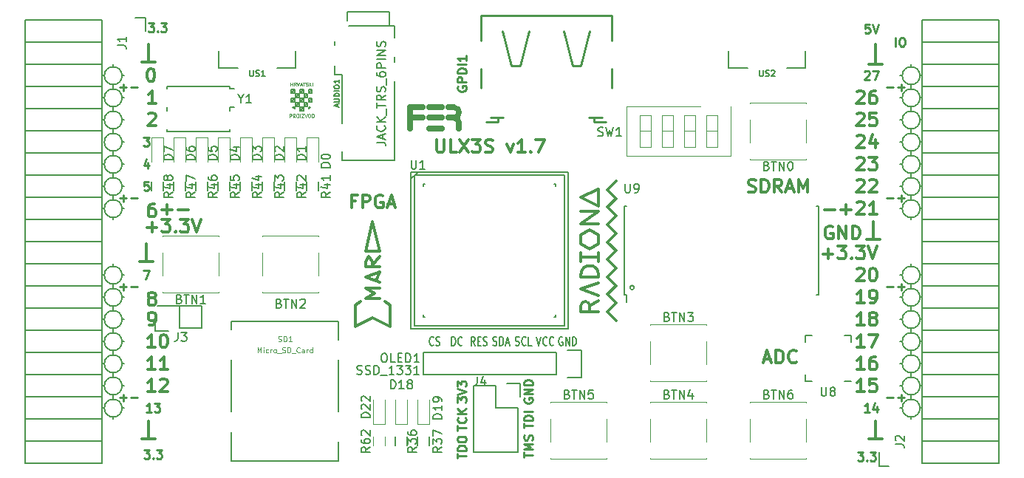
<source format=gto>
G04 #@! TF.FileFunction,Legend,Top*
%FSLAX46Y46*%
G04 Gerber Fmt 4.6, Leading zero omitted, Abs format (unit mm)*
G04 Created by KiCad (PCBNEW 4.0.7+dfsg1-1) date Sun Nov 12 23:38:18 2017*
%MOMM*%
%LPD*%
G01*
G04 APERTURE LIST*
%ADD10C,0.100000*%
%ADD11C,0.250000*%
%ADD12C,0.300000*%
%ADD13C,0.200000*%
%ADD14C,0.150000*%
%ADD15C,0.254000*%
%ADD16C,0.120000*%
%ADD17C,0.700000*%
%ADD18C,0.152400*%
%ADD19C,0.124460*%
%ADD20C,0.075000*%
G04 APERTURE END LIST*
D10*
D11*
X96148000Y-69111429D02*
X96909905Y-69111429D01*
X96528953Y-69492381D02*
X96528953Y-68730476D01*
X97386095Y-69111429D02*
X98148000Y-69111429D01*
X96148000Y-81811429D02*
X96909905Y-81811429D01*
X96528953Y-82192381D02*
X96528953Y-81430476D01*
X97386095Y-81811429D02*
X98148000Y-81811429D01*
X96148000Y-91971429D02*
X96909905Y-91971429D01*
X96528953Y-92352381D02*
X96528953Y-91590476D01*
X97386095Y-91971429D02*
X98148000Y-91971429D01*
X96148000Y-104671429D02*
X96909905Y-104671429D01*
X96528953Y-105052381D02*
X96528953Y-104290476D01*
X97386095Y-104671429D02*
X98148000Y-104671429D01*
X184032000Y-104671429D02*
X184793905Y-104671429D01*
X185270095Y-104671429D02*
X186032000Y-104671429D01*
X185651048Y-105052381D02*
X185651048Y-104290476D01*
X184032000Y-91971429D02*
X184793905Y-91971429D01*
X185270095Y-91971429D02*
X186032000Y-91971429D01*
X185651048Y-92352381D02*
X185651048Y-91590476D01*
X184032000Y-81811429D02*
X184793905Y-81811429D01*
X185270095Y-81811429D02*
X186032000Y-81811429D01*
X185651048Y-82192381D02*
X185651048Y-81430476D01*
X184032000Y-69111429D02*
X184793905Y-69111429D01*
X185270095Y-69111429D02*
X186032000Y-69111429D01*
X185651048Y-69492381D02*
X185651048Y-68730476D01*
X185016191Y-64412381D02*
X185016191Y-63412381D01*
X185682857Y-63412381D02*
X185873334Y-63412381D01*
X185968572Y-63460000D01*
X186063810Y-63555238D01*
X186111429Y-63745714D01*
X186111429Y-64079048D01*
X186063810Y-64269524D01*
X185968572Y-64364762D01*
X185873334Y-64412381D01*
X185682857Y-64412381D01*
X185587619Y-64364762D01*
X185492381Y-64269524D01*
X185444762Y-64079048D01*
X185444762Y-63745714D01*
X185492381Y-63555238D01*
X185587619Y-63460000D01*
X185682857Y-63412381D01*
D12*
X176928000Y-83117143D02*
X178070857Y-83117143D01*
X178785143Y-83117143D02*
X179928000Y-83117143D01*
X179356571Y-83688571D02*
X179356571Y-82545714D01*
D13*
X187826000Y-67770000D02*
G75*
G03X187826000Y-67770000I-1016000J0D01*
G01*
X187826000Y-70310000D02*
G75*
G03X187826000Y-70310000I-1016000J0D01*
G01*
X187826000Y-72850000D02*
G75*
G03X187826000Y-72850000I-1016000J0D01*
G01*
X187826000Y-75390000D02*
G75*
G03X187826000Y-75390000I-1016000J0D01*
G01*
X187826000Y-77930000D02*
G75*
G03X187826000Y-77930000I-1016000J0D01*
G01*
X187826000Y-80470000D02*
G75*
G03X187826000Y-80470000I-1016000J0D01*
G01*
X187826000Y-83010000D02*
G75*
G03X187826000Y-83010000I-1016000J0D01*
G01*
X187826000Y-90630000D02*
G75*
G03X187826000Y-90630000I-1016000J0D01*
G01*
X187826000Y-93170000D02*
G75*
G03X187826000Y-93170000I-1016000J0D01*
G01*
X187826000Y-95710000D02*
G75*
G03X187826000Y-95710000I-1016000J0D01*
G01*
X187826000Y-98250000D02*
G75*
G03X187826000Y-98250000I-1016000J0D01*
G01*
X187826000Y-100790000D02*
G75*
G03X187826000Y-100790000I-1016000J0D01*
G01*
X187826000Y-103330000D02*
G75*
G03X187826000Y-103330000I-1016000J0D01*
G01*
X187826000Y-105870000D02*
G75*
G03X187826000Y-105870000I-1016000J0D01*
G01*
X96386000Y-105870000D02*
G75*
G03X96386000Y-105870000I-1016000J0D01*
G01*
X96386000Y-103330000D02*
G75*
G03X96386000Y-103330000I-1016000J0D01*
G01*
X96386000Y-100790000D02*
G75*
G03X96386000Y-100790000I-1016000J0D01*
G01*
X96386000Y-98250000D02*
G75*
G03X96386000Y-98250000I-1016000J0D01*
G01*
X96386000Y-95710000D02*
G75*
G03X96386000Y-95710000I-1016000J0D01*
G01*
X96386000Y-93170000D02*
G75*
G03X96386000Y-93170000I-1016000J0D01*
G01*
X96386000Y-90630000D02*
G75*
G03X96386000Y-90630000I-1016000J0D01*
G01*
X96386000Y-83010000D02*
G75*
G03X96386000Y-83010000I-1016000J0D01*
G01*
X96386000Y-80470000D02*
G75*
G03X96386000Y-80470000I-1016000J0D01*
G01*
X96386000Y-77930000D02*
G75*
G03X96386000Y-77930000I-1016000J0D01*
G01*
X96386000Y-75390000D02*
G75*
G03X96386000Y-75390000I-1016000J0D01*
G01*
X96386000Y-72850000D02*
G75*
G03X96386000Y-72850000I-1016000J0D01*
G01*
X96386000Y-70310000D02*
G75*
G03X96386000Y-70310000I-1016000J0D01*
G01*
X96386000Y-67770000D02*
G75*
G03X96386000Y-67770000I-1016000J0D01*
G01*
D12*
X177793143Y-85054000D02*
X177650286Y-84982571D01*
X177436000Y-84982571D01*
X177221715Y-85054000D01*
X177078857Y-85196857D01*
X177007429Y-85339714D01*
X176936000Y-85625429D01*
X176936000Y-85839714D01*
X177007429Y-86125429D01*
X177078857Y-86268286D01*
X177221715Y-86411143D01*
X177436000Y-86482571D01*
X177578857Y-86482571D01*
X177793143Y-86411143D01*
X177864572Y-86339714D01*
X177864572Y-85839714D01*
X177578857Y-85839714D01*
X178507429Y-86482571D02*
X178507429Y-84982571D01*
X179364572Y-86482571D01*
X179364572Y-84982571D01*
X180078858Y-86482571D02*
X180078858Y-84982571D01*
X180436001Y-84982571D01*
X180650286Y-85054000D01*
X180793144Y-85196857D01*
X180864572Y-85339714D01*
X180936001Y-85625429D01*
X180936001Y-85839714D01*
X180864572Y-86125429D01*
X180793144Y-86268286D01*
X180650286Y-86411143D01*
X180436001Y-86482571D01*
X180078858Y-86482571D01*
X183254000Y-86566000D02*
X181730000Y-86566000D01*
X182492000Y-84534000D02*
X182492000Y-86566000D01*
X181984000Y-109426000D02*
X183508000Y-109426000D01*
X182746000Y-109426000D02*
X182746000Y-107394000D01*
D11*
X182047524Y-106322381D02*
X181476095Y-106322381D01*
X181761809Y-106322381D02*
X181761809Y-105322381D01*
X181666571Y-105465238D01*
X181571333Y-105560476D01*
X181476095Y-105608095D01*
X182904667Y-105655714D02*
X182904667Y-106322381D01*
X182666571Y-105274762D02*
X182428476Y-105989048D01*
X183047524Y-105989048D01*
X181476095Y-67317619D02*
X181523714Y-67270000D01*
X181618952Y-67222381D01*
X181857048Y-67222381D01*
X181952286Y-67270000D01*
X181999905Y-67317619D01*
X182047524Y-67412857D01*
X182047524Y-67508095D01*
X181999905Y-67650952D01*
X181428476Y-68222381D01*
X182047524Y-68222381D01*
X182380857Y-67222381D02*
X183047524Y-67222381D01*
X182618952Y-68222381D01*
D12*
X181984000Y-66500000D02*
X183508000Y-66500000D01*
X182746000Y-66500000D02*
X182746000Y-64214000D01*
X98672000Y-109426000D02*
X100196000Y-109426000D01*
X99434000Y-107394000D02*
X99434000Y-109426000D01*
D11*
X98846667Y-74842381D02*
X99465715Y-74842381D01*
X99132381Y-75223333D01*
X99275239Y-75223333D01*
X99370477Y-75270952D01*
X99418096Y-75318571D01*
X99465715Y-75413810D01*
X99465715Y-75651905D01*
X99418096Y-75747143D01*
X99370477Y-75794762D01*
X99275239Y-75842381D01*
X98989524Y-75842381D01*
X98894286Y-75794762D01*
X98846667Y-75747143D01*
X99370477Y-77715714D02*
X99370477Y-78382381D01*
X99132381Y-77334762D02*
X98894286Y-78049048D01*
X99513334Y-78049048D01*
X99418096Y-79922381D02*
X98941905Y-79922381D01*
X98894286Y-80398571D01*
X98941905Y-80350952D01*
X99037143Y-80303333D01*
X99275239Y-80303333D01*
X99370477Y-80350952D01*
X99418096Y-80398571D01*
X99465715Y-80493810D01*
X99465715Y-80731905D01*
X99418096Y-80827143D01*
X99370477Y-80874762D01*
X99275239Y-80922381D01*
X99037143Y-80922381D01*
X98941905Y-80874762D01*
X98894286Y-80827143D01*
X99751524Y-106322381D02*
X99180095Y-106322381D01*
X99465809Y-106322381D02*
X99465809Y-105322381D01*
X99370571Y-105465238D01*
X99275333Y-105560476D01*
X99180095Y-105608095D01*
X100084857Y-105322381D02*
X100703905Y-105322381D01*
X100370571Y-105703333D01*
X100513429Y-105703333D01*
X100608667Y-105750952D01*
X100656286Y-105798571D01*
X100703905Y-105893810D01*
X100703905Y-106131905D01*
X100656286Y-106227143D01*
X100608667Y-106274762D01*
X100513429Y-106322381D01*
X100227714Y-106322381D01*
X100132476Y-106274762D01*
X100084857Y-106227143D01*
X98846667Y-90082381D02*
X99513334Y-90082381D01*
X99084762Y-91082381D01*
D12*
X98418000Y-89106000D02*
X99942000Y-89106000D01*
X99180000Y-87074000D02*
X99180000Y-89106000D01*
X98672000Y-66246000D02*
X100196000Y-66246000D01*
X99434000Y-64214000D02*
X99434000Y-66246000D01*
D11*
X99402381Y-61761381D02*
X100021429Y-61761381D01*
X99688095Y-62142333D01*
X99830953Y-62142333D01*
X99926191Y-62189952D01*
X99973810Y-62237571D01*
X100021429Y-62332810D01*
X100021429Y-62570905D01*
X99973810Y-62666143D01*
X99926191Y-62713762D01*
X99830953Y-62761381D01*
X99545238Y-62761381D01*
X99450000Y-62713762D01*
X99402381Y-62666143D01*
X100450000Y-62666143D02*
X100497619Y-62713762D01*
X100450000Y-62761381D01*
X100402381Y-62713762D01*
X100450000Y-62666143D01*
X100450000Y-62761381D01*
X100830952Y-61761381D02*
X101450000Y-61761381D01*
X101116666Y-62142333D01*
X101259524Y-62142333D01*
X101354762Y-62189952D01*
X101402381Y-62237571D01*
X101450000Y-62332810D01*
X101450000Y-62570905D01*
X101402381Y-62666143D01*
X101354762Y-62713762D01*
X101259524Y-62761381D01*
X100973809Y-62761381D01*
X100878571Y-62713762D01*
X100830952Y-62666143D01*
X180682381Y-110910381D02*
X181301429Y-110910381D01*
X180968095Y-111291333D01*
X181110953Y-111291333D01*
X181206191Y-111338952D01*
X181253810Y-111386571D01*
X181301429Y-111481810D01*
X181301429Y-111719905D01*
X181253810Y-111815143D01*
X181206191Y-111862762D01*
X181110953Y-111910381D01*
X180825238Y-111910381D01*
X180730000Y-111862762D01*
X180682381Y-111815143D01*
X181730000Y-111815143D02*
X181777619Y-111862762D01*
X181730000Y-111910381D01*
X181682381Y-111862762D01*
X181730000Y-111815143D01*
X181730000Y-111910381D01*
X182110952Y-110910381D02*
X182730000Y-110910381D01*
X182396666Y-111291333D01*
X182539524Y-111291333D01*
X182634762Y-111338952D01*
X182682381Y-111386571D01*
X182730000Y-111481810D01*
X182730000Y-111719905D01*
X182682381Y-111815143D01*
X182634762Y-111862762D01*
X182539524Y-111910381D01*
X182253809Y-111910381D01*
X182158571Y-111862762D01*
X182110952Y-111815143D01*
D12*
X99228001Y-85149143D02*
X100370858Y-85149143D01*
X99799429Y-85720571D02*
X99799429Y-84577714D01*
X100942287Y-84220571D02*
X101870858Y-84220571D01*
X101370858Y-84792000D01*
X101585144Y-84792000D01*
X101728001Y-84863429D01*
X101799430Y-84934857D01*
X101870858Y-85077714D01*
X101870858Y-85434857D01*
X101799430Y-85577714D01*
X101728001Y-85649143D01*
X101585144Y-85720571D01*
X101156572Y-85720571D01*
X101013715Y-85649143D01*
X100942287Y-85577714D01*
X102513715Y-85577714D02*
X102585143Y-85649143D01*
X102513715Y-85720571D01*
X102442286Y-85649143D01*
X102513715Y-85577714D01*
X102513715Y-85720571D01*
X103085144Y-84220571D02*
X104013715Y-84220571D01*
X103513715Y-84792000D01*
X103728001Y-84792000D01*
X103870858Y-84863429D01*
X103942287Y-84934857D01*
X104013715Y-85077714D01*
X104013715Y-85434857D01*
X103942287Y-85577714D01*
X103870858Y-85649143D01*
X103728001Y-85720571D01*
X103299429Y-85720571D01*
X103156572Y-85649143D01*
X103085144Y-85577714D01*
X104442286Y-84220571D02*
X104942286Y-85720571D01*
X105442286Y-84220571D01*
D11*
X98894381Y-110656381D02*
X99513429Y-110656381D01*
X99180095Y-111037333D01*
X99322953Y-111037333D01*
X99418191Y-111084952D01*
X99465810Y-111132571D01*
X99513429Y-111227810D01*
X99513429Y-111465905D01*
X99465810Y-111561143D01*
X99418191Y-111608762D01*
X99322953Y-111656381D01*
X99037238Y-111656381D01*
X98942000Y-111608762D01*
X98894381Y-111561143D01*
X99942000Y-111561143D02*
X99989619Y-111608762D01*
X99942000Y-111656381D01*
X99894381Y-111608762D01*
X99942000Y-111561143D01*
X99942000Y-111656381D01*
X100322952Y-110656381D02*
X100942000Y-110656381D01*
X100608666Y-111037333D01*
X100751524Y-111037333D01*
X100846762Y-111084952D01*
X100894381Y-111132571D01*
X100942000Y-111227810D01*
X100942000Y-111465905D01*
X100894381Y-111561143D01*
X100846762Y-111608762D01*
X100751524Y-111656381D01*
X100465809Y-111656381D01*
X100370571Y-111608762D01*
X100322952Y-111561143D01*
X182047524Y-61888381D02*
X181571333Y-61888381D01*
X181523714Y-62364571D01*
X181571333Y-62316952D01*
X181666571Y-62269333D01*
X181904667Y-62269333D01*
X181999905Y-62316952D01*
X182047524Y-62364571D01*
X182095143Y-62459810D01*
X182095143Y-62697905D01*
X182047524Y-62793143D01*
X181999905Y-62840762D01*
X181904667Y-62888381D01*
X181666571Y-62888381D01*
X181571333Y-62840762D01*
X181523714Y-62793143D01*
X182380857Y-61888381D02*
X182714190Y-62888381D01*
X183047524Y-61888381D01*
D12*
X180587143Y-69631429D02*
X180658572Y-69560000D01*
X180801429Y-69488571D01*
X181158572Y-69488571D01*
X181301429Y-69560000D01*
X181372858Y-69631429D01*
X181444286Y-69774286D01*
X181444286Y-69917143D01*
X181372858Y-70131429D01*
X180515715Y-70988571D01*
X181444286Y-70988571D01*
X182730000Y-69488571D02*
X182444286Y-69488571D01*
X182301429Y-69560000D01*
X182230000Y-69631429D01*
X182087143Y-69845714D01*
X182015714Y-70131429D01*
X182015714Y-70702857D01*
X182087143Y-70845714D01*
X182158571Y-70917143D01*
X182301429Y-70988571D01*
X182587143Y-70988571D01*
X182730000Y-70917143D01*
X182801429Y-70845714D01*
X182872857Y-70702857D01*
X182872857Y-70345714D01*
X182801429Y-70202857D01*
X182730000Y-70131429D01*
X182587143Y-70060000D01*
X182301429Y-70060000D01*
X182158571Y-70131429D01*
X182087143Y-70202857D01*
X182015714Y-70345714D01*
X180587143Y-72171429D02*
X180658572Y-72100000D01*
X180801429Y-72028571D01*
X181158572Y-72028571D01*
X181301429Y-72100000D01*
X181372858Y-72171429D01*
X181444286Y-72314286D01*
X181444286Y-72457143D01*
X181372858Y-72671429D01*
X180515715Y-73528571D01*
X181444286Y-73528571D01*
X182801429Y-72028571D02*
X182087143Y-72028571D01*
X182015714Y-72742857D01*
X182087143Y-72671429D01*
X182230000Y-72600000D01*
X182587143Y-72600000D01*
X182730000Y-72671429D01*
X182801429Y-72742857D01*
X182872857Y-72885714D01*
X182872857Y-73242857D01*
X182801429Y-73385714D01*
X182730000Y-73457143D01*
X182587143Y-73528571D01*
X182230000Y-73528571D01*
X182087143Y-73457143D01*
X182015714Y-73385714D01*
X180587143Y-74711429D02*
X180658572Y-74640000D01*
X180801429Y-74568571D01*
X181158572Y-74568571D01*
X181301429Y-74640000D01*
X181372858Y-74711429D01*
X181444286Y-74854286D01*
X181444286Y-74997143D01*
X181372858Y-75211429D01*
X180515715Y-76068571D01*
X181444286Y-76068571D01*
X182730000Y-75068571D02*
X182730000Y-76068571D01*
X182372857Y-74497143D02*
X182015714Y-75568571D01*
X182944286Y-75568571D01*
X180587143Y-77251429D02*
X180658572Y-77180000D01*
X180801429Y-77108571D01*
X181158572Y-77108571D01*
X181301429Y-77180000D01*
X181372858Y-77251429D01*
X181444286Y-77394286D01*
X181444286Y-77537143D01*
X181372858Y-77751429D01*
X180515715Y-78608571D01*
X181444286Y-78608571D01*
X181944286Y-77108571D02*
X182872857Y-77108571D01*
X182372857Y-77680000D01*
X182587143Y-77680000D01*
X182730000Y-77751429D01*
X182801429Y-77822857D01*
X182872857Y-77965714D01*
X182872857Y-78322857D01*
X182801429Y-78465714D01*
X182730000Y-78537143D01*
X182587143Y-78608571D01*
X182158571Y-78608571D01*
X182015714Y-78537143D01*
X181944286Y-78465714D01*
X180587143Y-79791429D02*
X180658572Y-79720000D01*
X180801429Y-79648571D01*
X181158572Y-79648571D01*
X181301429Y-79720000D01*
X181372858Y-79791429D01*
X181444286Y-79934286D01*
X181444286Y-80077143D01*
X181372858Y-80291429D01*
X180515715Y-81148571D01*
X181444286Y-81148571D01*
X182015714Y-79791429D02*
X182087143Y-79720000D01*
X182230000Y-79648571D01*
X182587143Y-79648571D01*
X182730000Y-79720000D01*
X182801429Y-79791429D01*
X182872857Y-79934286D01*
X182872857Y-80077143D01*
X182801429Y-80291429D01*
X181944286Y-81148571D01*
X182872857Y-81148571D01*
X180587143Y-82331429D02*
X180658572Y-82260000D01*
X180801429Y-82188571D01*
X181158572Y-82188571D01*
X181301429Y-82260000D01*
X181372858Y-82331429D01*
X181444286Y-82474286D01*
X181444286Y-82617143D01*
X181372858Y-82831429D01*
X180515715Y-83688571D01*
X181444286Y-83688571D01*
X182872857Y-83688571D02*
X182015714Y-83688571D01*
X182444286Y-83688571D02*
X182444286Y-82188571D01*
X182301429Y-82402857D01*
X182158571Y-82545714D01*
X182015714Y-82617143D01*
X176698001Y-88197143D02*
X177840858Y-88197143D01*
X177269429Y-88768571D02*
X177269429Y-87625714D01*
X178412287Y-87268571D02*
X179340858Y-87268571D01*
X178840858Y-87840000D01*
X179055144Y-87840000D01*
X179198001Y-87911429D01*
X179269430Y-87982857D01*
X179340858Y-88125714D01*
X179340858Y-88482857D01*
X179269430Y-88625714D01*
X179198001Y-88697143D01*
X179055144Y-88768571D01*
X178626572Y-88768571D01*
X178483715Y-88697143D01*
X178412287Y-88625714D01*
X179983715Y-88625714D02*
X180055143Y-88697143D01*
X179983715Y-88768571D01*
X179912286Y-88697143D01*
X179983715Y-88625714D01*
X179983715Y-88768571D01*
X180555144Y-87268571D02*
X181483715Y-87268571D01*
X180983715Y-87840000D01*
X181198001Y-87840000D01*
X181340858Y-87911429D01*
X181412287Y-87982857D01*
X181483715Y-88125714D01*
X181483715Y-88482857D01*
X181412287Y-88625714D01*
X181340858Y-88697143D01*
X181198001Y-88768571D01*
X180769429Y-88768571D01*
X180626572Y-88697143D01*
X180555144Y-88625714D01*
X181912286Y-87268571D02*
X182412286Y-88768571D01*
X182912286Y-87268571D01*
X180587143Y-89951429D02*
X180658572Y-89880000D01*
X180801429Y-89808571D01*
X181158572Y-89808571D01*
X181301429Y-89880000D01*
X181372858Y-89951429D01*
X181444286Y-90094286D01*
X181444286Y-90237143D01*
X181372858Y-90451429D01*
X180515715Y-91308571D01*
X181444286Y-91308571D01*
X182372857Y-89808571D02*
X182515714Y-89808571D01*
X182658571Y-89880000D01*
X182730000Y-89951429D01*
X182801429Y-90094286D01*
X182872857Y-90380000D01*
X182872857Y-90737143D01*
X182801429Y-91022857D01*
X182730000Y-91165714D01*
X182658571Y-91237143D01*
X182515714Y-91308571D01*
X182372857Y-91308571D01*
X182230000Y-91237143D01*
X182158571Y-91165714D01*
X182087143Y-91022857D01*
X182015714Y-90737143D01*
X182015714Y-90380000D01*
X182087143Y-90094286D01*
X182158571Y-89951429D01*
X182230000Y-89880000D01*
X182372857Y-89808571D01*
X181444286Y-93848571D02*
X180587143Y-93848571D01*
X181015715Y-93848571D02*
X181015715Y-92348571D01*
X180872858Y-92562857D01*
X180730000Y-92705714D01*
X180587143Y-92777143D01*
X182158571Y-93848571D02*
X182444286Y-93848571D01*
X182587143Y-93777143D01*
X182658571Y-93705714D01*
X182801429Y-93491429D01*
X182872857Y-93205714D01*
X182872857Y-92634286D01*
X182801429Y-92491429D01*
X182730000Y-92420000D01*
X182587143Y-92348571D01*
X182301429Y-92348571D01*
X182158571Y-92420000D01*
X182087143Y-92491429D01*
X182015714Y-92634286D01*
X182015714Y-92991429D01*
X182087143Y-93134286D01*
X182158571Y-93205714D01*
X182301429Y-93277143D01*
X182587143Y-93277143D01*
X182730000Y-93205714D01*
X182801429Y-93134286D01*
X182872857Y-92991429D01*
X181444286Y-96388571D02*
X180587143Y-96388571D01*
X181015715Y-96388571D02*
X181015715Y-94888571D01*
X180872858Y-95102857D01*
X180730000Y-95245714D01*
X180587143Y-95317143D01*
X182301429Y-95531429D02*
X182158571Y-95460000D01*
X182087143Y-95388571D01*
X182015714Y-95245714D01*
X182015714Y-95174286D01*
X182087143Y-95031429D01*
X182158571Y-94960000D01*
X182301429Y-94888571D01*
X182587143Y-94888571D01*
X182730000Y-94960000D01*
X182801429Y-95031429D01*
X182872857Y-95174286D01*
X182872857Y-95245714D01*
X182801429Y-95388571D01*
X182730000Y-95460000D01*
X182587143Y-95531429D01*
X182301429Y-95531429D01*
X182158571Y-95602857D01*
X182087143Y-95674286D01*
X182015714Y-95817143D01*
X182015714Y-96102857D01*
X182087143Y-96245714D01*
X182158571Y-96317143D01*
X182301429Y-96388571D01*
X182587143Y-96388571D01*
X182730000Y-96317143D01*
X182801429Y-96245714D01*
X182872857Y-96102857D01*
X182872857Y-95817143D01*
X182801429Y-95674286D01*
X182730000Y-95602857D01*
X182587143Y-95531429D01*
X181444286Y-98928571D02*
X180587143Y-98928571D01*
X181015715Y-98928571D02*
X181015715Y-97428571D01*
X180872858Y-97642857D01*
X180730000Y-97785714D01*
X180587143Y-97857143D01*
X181944286Y-97428571D02*
X182944286Y-97428571D01*
X182301429Y-98928571D01*
X181444286Y-101468571D02*
X180587143Y-101468571D01*
X181015715Y-101468571D02*
X181015715Y-99968571D01*
X180872858Y-100182857D01*
X180730000Y-100325714D01*
X180587143Y-100397143D01*
X182730000Y-99968571D02*
X182444286Y-99968571D01*
X182301429Y-100040000D01*
X182230000Y-100111429D01*
X182087143Y-100325714D01*
X182015714Y-100611429D01*
X182015714Y-101182857D01*
X182087143Y-101325714D01*
X182158571Y-101397143D01*
X182301429Y-101468571D01*
X182587143Y-101468571D01*
X182730000Y-101397143D01*
X182801429Y-101325714D01*
X182872857Y-101182857D01*
X182872857Y-100825714D01*
X182801429Y-100682857D01*
X182730000Y-100611429D01*
X182587143Y-100540000D01*
X182301429Y-100540000D01*
X182158571Y-100611429D01*
X182087143Y-100682857D01*
X182015714Y-100825714D01*
X181444286Y-104008571D02*
X180587143Y-104008571D01*
X181015715Y-104008571D02*
X181015715Y-102508571D01*
X180872858Y-102722857D01*
X180730000Y-102865714D01*
X180587143Y-102937143D01*
X182801429Y-102508571D02*
X182087143Y-102508571D01*
X182015714Y-103222857D01*
X182087143Y-103151429D01*
X182230000Y-103080000D01*
X182587143Y-103080000D01*
X182730000Y-103151429D01*
X182801429Y-103222857D01*
X182872857Y-103365714D01*
X182872857Y-103722857D01*
X182801429Y-103865714D01*
X182730000Y-103937143D01*
X182587143Y-104008571D01*
X182230000Y-104008571D01*
X182087143Y-103937143D01*
X182015714Y-103865714D01*
D13*
X186810000Y-66500000D02*
X186810000Y-66754000D01*
X187826000Y-67770000D02*
X188080000Y-67770000D01*
X185540000Y-67770000D02*
X185794000Y-67770000D01*
X186810000Y-69294000D02*
X186810000Y-68786000D01*
X187826000Y-70310000D02*
X188080000Y-70310000D01*
X185540000Y-70310000D02*
X185794000Y-70310000D01*
X186810000Y-71326000D02*
X186810000Y-71834000D01*
X187826000Y-72850000D02*
X188080000Y-72850000D01*
X185540000Y-72850000D02*
X185794000Y-72850000D01*
X186810000Y-73866000D02*
X186810000Y-74374000D01*
X187826000Y-75390000D02*
X188080000Y-75390000D01*
X185540000Y-75390000D02*
X185794000Y-75390000D01*
X186810000Y-76406000D02*
X186810000Y-76914000D01*
X187826000Y-77930000D02*
X188080000Y-77930000D01*
X185540000Y-77930000D02*
X185794000Y-77930000D01*
X186810000Y-79454000D02*
X186810000Y-78946000D01*
X187826000Y-80470000D02*
X188080000Y-80470000D01*
X185540000Y-80470000D02*
X185794000Y-80470000D01*
X186810000Y-81994000D02*
X186810000Y-81486000D01*
X187826000Y-83010000D02*
X188080000Y-83010000D01*
X185540000Y-83010000D02*
X185794000Y-83010000D01*
X186810000Y-84026000D02*
X186810000Y-84280000D01*
X186810000Y-89360000D02*
X186810000Y-89614000D01*
X187826000Y-90630000D02*
X188080000Y-90630000D01*
X185540000Y-90630000D02*
X185794000Y-90630000D01*
X186810000Y-91646000D02*
X186810000Y-92154000D01*
X187826000Y-93170000D02*
X188080000Y-93170000D01*
X185540000Y-93170000D02*
X185794000Y-93170000D01*
X186810000Y-94186000D02*
X186810000Y-94694000D01*
X187826000Y-95710000D02*
X188080000Y-95710000D01*
X185540000Y-95710000D02*
X185794000Y-95710000D01*
X186810000Y-97234000D02*
X186810000Y-96726000D01*
X187826000Y-98250000D02*
X188080000Y-98250000D01*
X185540000Y-98250000D02*
X185794000Y-98250000D01*
X187826000Y-100790000D02*
X188080000Y-100790000D01*
X185540000Y-100790000D02*
X185794000Y-100790000D01*
X186810000Y-99266000D02*
X186810000Y-99774000D01*
X186810000Y-102314000D02*
X186810000Y-101806000D01*
X187826000Y-103330000D02*
X188080000Y-103330000D01*
X185540000Y-103330000D02*
X185794000Y-103330000D01*
X186810000Y-104346000D02*
X186810000Y-104854000D01*
X185540000Y-105870000D02*
X185794000Y-105870000D01*
X187826000Y-105870000D02*
X188080000Y-105870000D01*
X186810000Y-106886000D02*
X186810000Y-107140000D01*
X95370000Y-66754000D02*
X95370000Y-66500000D01*
X96386000Y-67770000D02*
X96640000Y-67770000D01*
X94100000Y-67770000D02*
X94354000Y-67770000D01*
X95370000Y-68786000D02*
X95370000Y-69294000D01*
X96386000Y-70310000D02*
X96640000Y-70310000D01*
X94100000Y-70310000D02*
X94354000Y-70310000D01*
X95370000Y-71326000D02*
X95370000Y-71834000D01*
X96386000Y-72850000D02*
X96640000Y-72850000D01*
X94100000Y-72850000D02*
X94354000Y-72850000D01*
X95370000Y-73866000D02*
X95370000Y-74374000D01*
X96386000Y-75390000D02*
X96640000Y-75390000D01*
X95370000Y-76406000D02*
X95370000Y-76914000D01*
X96386000Y-77930000D02*
X96640000Y-77930000D01*
X94100000Y-77930000D02*
X94354000Y-77930000D01*
X95370000Y-79454000D02*
X95370000Y-78946000D01*
X96386000Y-80470000D02*
X96640000Y-80470000D01*
X94100000Y-80470000D02*
X94354000Y-80470000D01*
X95370000Y-81486000D02*
X95370000Y-81994000D01*
X96386000Y-83010000D02*
X96640000Y-83010000D01*
X95370000Y-84026000D02*
X95370000Y-84280000D01*
X94100000Y-83010000D02*
X94354000Y-83010000D01*
X95370000Y-106886000D02*
X95370000Y-107140000D01*
X95370000Y-89360000D02*
X95370000Y-89614000D01*
X96386000Y-93170000D02*
X96640000Y-93170000D01*
X94100000Y-93170000D02*
X94354000Y-93170000D01*
X95370000Y-94186000D02*
X95370000Y-94694000D01*
X94100000Y-90630000D02*
X94354000Y-90630000D01*
X96386000Y-90630000D02*
X96640000Y-90630000D01*
X95370000Y-92154000D02*
X95370000Y-91646000D01*
X96386000Y-95710000D02*
X96640000Y-95710000D01*
X94100000Y-95710000D02*
X94354000Y-95710000D01*
X96386000Y-98250000D02*
X96640000Y-98250000D01*
X94354000Y-98250000D02*
X94100000Y-98250000D01*
X95370000Y-96726000D02*
X95370000Y-97234000D01*
X95370000Y-99266000D02*
X95370000Y-99774000D01*
X94100000Y-100790000D02*
X94354000Y-100790000D01*
X96386000Y-100790000D02*
X96640000Y-100790000D01*
X94100000Y-103330000D02*
X94354000Y-103330000D01*
X96386000Y-103330000D02*
X96640000Y-103330000D01*
X95370000Y-101806000D02*
X95370000Y-102314000D01*
X95370000Y-104346000D02*
X95370000Y-104854000D01*
X96386000Y-105870000D02*
X96640000Y-105870000D01*
X94100000Y-105870000D02*
X94354000Y-105870000D01*
D12*
X100982000Y-83117143D02*
X102124857Y-83117143D01*
X101553428Y-83688571D02*
X101553428Y-82545714D01*
X102839143Y-83117143D02*
X103982000Y-83117143D01*
X100164286Y-104008571D02*
X99307143Y-104008571D01*
X99735715Y-104008571D02*
X99735715Y-102508571D01*
X99592858Y-102722857D01*
X99450000Y-102865714D01*
X99307143Y-102937143D01*
X100735714Y-102651429D02*
X100807143Y-102580000D01*
X100950000Y-102508571D01*
X101307143Y-102508571D01*
X101450000Y-102580000D01*
X101521429Y-102651429D01*
X101592857Y-102794286D01*
X101592857Y-102937143D01*
X101521429Y-103151429D01*
X100664286Y-104008571D01*
X101592857Y-104008571D01*
X100164286Y-101468571D02*
X99307143Y-101468571D01*
X99735715Y-101468571D02*
X99735715Y-99968571D01*
X99592858Y-100182857D01*
X99450000Y-100325714D01*
X99307143Y-100397143D01*
X101592857Y-101468571D02*
X100735714Y-101468571D01*
X101164286Y-101468571D02*
X101164286Y-99968571D01*
X101021429Y-100182857D01*
X100878571Y-100325714D01*
X100735714Y-100397143D01*
X100164286Y-98928571D02*
X99307143Y-98928571D01*
X99735715Y-98928571D02*
X99735715Y-97428571D01*
X99592858Y-97642857D01*
X99450000Y-97785714D01*
X99307143Y-97857143D01*
X101092857Y-97428571D02*
X101235714Y-97428571D01*
X101378571Y-97500000D01*
X101450000Y-97571429D01*
X101521429Y-97714286D01*
X101592857Y-98000000D01*
X101592857Y-98357143D01*
X101521429Y-98642857D01*
X101450000Y-98785714D01*
X101378571Y-98857143D01*
X101235714Y-98928571D01*
X101092857Y-98928571D01*
X100950000Y-98857143D01*
X100878571Y-98785714D01*
X100807143Y-98642857D01*
X100735714Y-98357143D01*
X100735714Y-98000000D01*
X100807143Y-97714286D01*
X100878571Y-97571429D01*
X100950000Y-97500000D01*
X101092857Y-97428571D01*
X99529286Y-96388571D02*
X99815001Y-96388571D01*
X99957858Y-96317143D01*
X100029286Y-96245714D01*
X100172144Y-96031429D01*
X100243572Y-95745714D01*
X100243572Y-95174286D01*
X100172144Y-95031429D01*
X100100715Y-94960000D01*
X99957858Y-94888571D01*
X99672144Y-94888571D01*
X99529286Y-94960000D01*
X99457858Y-95031429D01*
X99386429Y-95174286D01*
X99386429Y-95531429D01*
X99457858Y-95674286D01*
X99529286Y-95745714D01*
X99672144Y-95817143D01*
X99957858Y-95817143D01*
X100100715Y-95745714D01*
X100172144Y-95674286D01*
X100243572Y-95531429D01*
X99672144Y-93245429D02*
X99529286Y-93174000D01*
X99457858Y-93102571D01*
X99386429Y-92959714D01*
X99386429Y-92888286D01*
X99457858Y-92745429D01*
X99529286Y-92674000D01*
X99672144Y-92602571D01*
X99957858Y-92602571D01*
X100100715Y-92674000D01*
X100172144Y-92745429D01*
X100243572Y-92888286D01*
X100243572Y-92959714D01*
X100172144Y-93102571D01*
X100100715Y-93174000D01*
X99957858Y-93245429D01*
X99672144Y-93245429D01*
X99529286Y-93316857D01*
X99457858Y-93388286D01*
X99386429Y-93531143D01*
X99386429Y-93816857D01*
X99457858Y-93959714D01*
X99529286Y-94031143D01*
X99672144Y-94102571D01*
X99957858Y-94102571D01*
X100100715Y-94031143D01*
X100172144Y-93959714D01*
X100243572Y-93816857D01*
X100243572Y-93531143D01*
X100172144Y-93388286D01*
X100100715Y-93316857D01*
X99957858Y-93245429D01*
X100100715Y-82442571D02*
X99815001Y-82442571D01*
X99672144Y-82514000D01*
X99600715Y-82585429D01*
X99457858Y-82799714D01*
X99386429Y-83085429D01*
X99386429Y-83656857D01*
X99457858Y-83799714D01*
X99529286Y-83871143D01*
X99672144Y-83942571D01*
X99957858Y-83942571D01*
X100100715Y-83871143D01*
X100172144Y-83799714D01*
X100243572Y-83656857D01*
X100243572Y-83299714D01*
X100172144Y-83156857D01*
X100100715Y-83085429D01*
X99957858Y-83014000D01*
X99672144Y-83014000D01*
X99529286Y-83085429D01*
X99457858Y-83156857D01*
X99386429Y-83299714D01*
X99386429Y-72171429D02*
X99457858Y-72100000D01*
X99600715Y-72028571D01*
X99957858Y-72028571D01*
X100100715Y-72100000D01*
X100172144Y-72171429D01*
X100243572Y-72314286D01*
X100243572Y-72457143D01*
X100172144Y-72671429D01*
X99315001Y-73528571D01*
X100243572Y-73528571D01*
X100243572Y-70988571D02*
X99386429Y-70988571D01*
X99815001Y-70988571D02*
X99815001Y-69488571D01*
X99672144Y-69702857D01*
X99529286Y-69845714D01*
X99386429Y-69917143D01*
X99616572Y-66948571D02*
X99759429Y-66948571D01*
X99902286Y-67020000D01*
X99973715Y-67091429D01*
X100045144Y-67234286D01*
X100116572Y-67520000D01*
X100116572Y-67877143D01*
X100045144Y-68162857D01*
X99973715Y-68305714D01*
X99902286Y-68377143D01*
X99759429Y-68448571D01*
X99616572Y-68448571D01*
X99473715Y-68377143D01*
X99402286Y-68305714D01*
X99330858Y-68162857D01*
X99259429Y-67877143D01*
X99259429Y-67520000D01*
X99330858Y-67234286D01*
X99402286Y-67091429D01*
X99473715Y-67020000D01*
X99616572Y-66948571D01*
X132442858Y-75076571D02*
X132442858Y-76290857D01*
X132514286Y-76433714D01*
X132585715Y-76505143D01*
X132728572Y-76576571D01*
X133014286Y-76576571D01*
X133157144Y-76505143D01*
X133228572Y-76433714D01*
X133300001Y-76290857D01*
X133300001Y-75076571D01*
X134728573Y-76576571D02*
X134014287Y-76576571D01*
X134014287Y-75076571D01*
X135085716Y-75076571D02*
X136085716Y-76576571D01*
X136085716Y-75076571D02*
X135085716Y-76576571D01*
X136514287Y-75076571D02*
X137442858Y-75076571D01*
X136942858Y-75648000D01*
X137157144Y-75648000D01*
X137300001Y-75719429D01*
X137371430Y-75790857D01*
X137442858Y-75933714D01*
X137442858Y-76290857D01*
X137371430Y-76433714D01*
X137300001Y-76505143D01*
X137157144Y-76576571D01*
X136728572Y-76576571D01*
X136585715Y-76505143D01*
X136514287Y-76433714D01*
X138014286Y-76505143D02*
X138228572Y-76576571D01*
X138585715Y-76576571D01*
X138728572Y-76505143D01*
X138800001Y-76433714D01*
X138871429Y-76290857D01*
X138871429Y-76148000D01*
X138800001Y-76005143D01*
X138728572Y-75933714D01*
X138585715Y-75862286D01*
X138300001Y-75790857D01*
X138157143Y-75719429D01*
X138085715Y-75648000D01*
X138014286Y-75505143D01*
X138014286Y-75362286D01*
X138085715Y-75219429D01*
X138157143Y-75148000D01*
X138300001Y-75076571D01*
X138657143Y-75076571D01*
X138871429Y-75148000D01*
X140514286Y-75576571D02*
X140871429Y-76576571D01*
X141228571Y-75576571D01*
X142585714Y-76576571D02*
X141728571Y-76576571D01*
X142157143Y-76576571D02*
X142157143Y-75076571D01*
X142014286Y-75290857D01*
X141871428Y-75433714D01*
X141728571Y-75505143D01*
X143228571Y-76433714D02*
X143299999Y-76505143D01*
X143228571Y-76576571D01*
X143157142Y-76505143D01*
X143228571Y-76433714D01*
X143228571Y-76576571D01*
X143800000Y-75076571D02*
X144800000Y-75076571D01*
X144157143Y-76576571D01*
X123159429Y-82140857D02*
X122659429Y-82140857D01*
X122659429Y-82926571D02*
X122659429Y-81426571D01*
X123373715Y-81426571D01*
X123945143Y-82926571D02*
X123945143Y-81426571D01*
X124516571Y-81426571D01*
X124659429Y-81498000D01*
X124730857Y-81569429D01*
X124802286Y-81712286D01*
X124802286Y-81926571D01*
X124730857Y-82069429D01*
X124659429Y-82140857D01*
X124516571Y-82212286D01*
X123945143Y-82212286D01*
X126230857Y-81498000D02*
X126088000Y-81426571D01*
X125873714Y-81426571D01*
X125659429Y-81498000D01*
X125516571Y-81640857D01*
X125445143Y-81783714D01*
X125373714Y-82069429D01*
X125373714Y-82283714D01*
X125445143Y-82569429D01*
X125516571Y-82712286D01*
X125659429Y-82855143D01*
X125873714Y-82926571D01*
X126016571Y-82926571D01*
X126230857Y-82855143D01*
X126302286Y-82783714D01*
X126302286Y-82283714D01*
X126016571Y-82283714D01*
X126873714Y-82498000D02*
X127588000Y-82498000D01*
X126730857Y-82926571D02*
X127230857Y-81426571D01*
X127730857Y-82926571D01*
X168141429Y-81077143D02*
X168355715Y-81148571D01*
X168712858Y-81148571D01*
X168855715Y-81077143D01*
X168927144Y-81005714D01*
X168998572Y-80862857D01*
X168998572Y-80720000D01*
X168927144Y-80577143D01*
X168855715Y-80505714D01*
X168712858Y-80434286D01*
X168427144Y-80362857D01*
X168284286Y-80291429D01*
X168212858Y-80220000D01*
X168141429Y-80077143D01*
X168141429Y-79934286D01*
X168212858Y-79791429D01*
X168284286Y-79720000D01*
X168427144Y-79648571D01*
X168784286Y-79648571D01*
X168998572Y-79720000D01*
X169641429Y-81148571D02*
X169641429Y-79648571D01*
X169998572Y-79648571D01*
X170212857Y-79720000D01*
X170355715Y-79862857D01*
X170427143Y-80005714D01*
X170498572Y-80291429D01*
X170498572Y-80505714D01*
X170427143Y-80791429D01*
X170355715Y-80934286D01*
X170212857Y-81077143D01*
X169998572Y-81148571D01*
X169641429Y-81148571D01*
X171998572Y-81148571D02*
X171498572Y-80434286D01*
X171141429Y-81148571D02*
X171141429Y-79648571D01*
X171712857Y-79648571D01*
X171855715Y-79720000D01*
X171927143Y-79791429D01*
X171998572Y-79934286D01*
X171998572Y-80148571D01*
X171927143Y-80291429D01*
X171855715Y-80362857D01*
X171712857Y-80434286D01*
X171141429Y-80434286D01*
X172570000Y-80720000D02*
X173284286Y-80720000D01*
X172427143Y-81148571D02*
X172927143Y-79648571D01*
X173427143Y-81148571D01*
X173927143Y-81148571D02*
X173927143Y-79648571D01*
X174427143Y-80720000D01*
X174927143Y-79648571D01*
X174927143Y-81148571D01*
X169966857Y-100278000D02*
X170681143Y-100278000D01*
X169824000Y-100706571D02*
X170324000Y-99206571D01*
X170824000Y-100706571D01*
X171324000Y-100706571D02*
X171324000Y-99206571D01*
X171681143Y-99206571D01*
X171895428Y-99278000D01*
X172038286Y-99420857D01*
X172109714Y-99563714D01*
X172181143Y-99849429D01*
X172181143Y-100063714D01*
X172109714Y-100349429D01*
X172038286Y-100492286D01*
X171895428Y-100635143D01*
X171681143Y-100706571D01*
X171324000Y-100706571D01*
X173681143Y-100563714D02*
X173609714Y-100635143D01*
X173395428Y-100706571D01*
X173252571Y-100706571D01*
X173038286Y-100635143D01*
X172895428Y-100492286D01*
X172824000Y-100349429D01*
X172752571Y-100063714D01*
X172752571Y-99849429D01*
X172824000Y-99563714D01*
X172895428Y-99420857D01*
X173038286Y-99278000D01*
X173252571Y-99206571D01*
X173395428Y-99206571D01*
X173609714Y-99278000D01*
X173681143Y-99349429D01*
D11*
X142447381Y-111521333D02*
X142447381Y-110949904D01*
X143447381Y-111235619D02*
X142447381Y-111235619D01*
X143447381Y-110616571D02*
X142447381Y-110616571D01*
X143161667Y-110283237D01*
X142447381Y-109949904D01*
X143447381Y-109949904D01*
X143399762Y-109521333D02*
X143447381Y-109378476D01*
X143447381Y-109140380D01*
X143399762Y-109045142D01*
X143352143Y-108997523D01*
X143256905Y-108949904D01*
X143161667Y-108949904D01*
X143066429Y-108997523D01*
X143018810Y-109045142D01*
X142971190Y-109140380D01*
X142923571Y-109330857D01*
X142875952Y-109426095D01*
X142828333Y-109473714D01*
X142733095Y-109521333D01*
X142637857Y-109521333D01*
X142542619Y-109473714D01*
X142495000Y-109426095D01*
X142447381Y-109330857D01*
X142447381Y-109092761D01*
X142495000Y-108949904D01*
X142447381Y-108163809D02*
X142447381Y-107592380D01*
X143447381Y-107878095D02*
X142447381Y-107878095D01*
X143447381Y-107259047D02*
X142447381Y-107259047D01*
X142447381Y-107020952D01*
X142495000Y-106878094D01*
X142590238Y-106782856D01*
X142685476Y-106735237D01*
X142875952Y-106687618D01*
X143018810Y-106687618D01*
X143209286Y-106735237D01*
X143304524Y-106782856D01*
X143399762Y-106878094D01*
X143447381Y-107020952D01*
X143447381Y-107259047D01*
X143447381Y-106259047D02*
X142447381Y-106259047D01*
X142495000Y-104726904D02*
X142447381Y-104822142D01*
X142447381Y-104964999D01*
X142495000Y-105107857D01*
X142590238Y-105203095D01*
X142685476Y-105250714D01*
X142875952Y-105298333D01*
X143018810Y-105298333D01*
X143209286Y-105250714D01*
X143304524Y-105203095D01*
X143399762Y-105107857D01*
X143447381Y-104964999D01*
X143447381Y-104869761D01*
X143399762Y-104726904D01*
X143352143Y-104679285D01*
X143018810Y-104679285D01*
X143018810Y-104869761D01*
X143447381Y-104250714D02*
X142447381Y-104250714D01*
X143447381Y-103679285D01*
X142447381Y-103679285D01*
X143447381Y-103203095D02*
X142447381Y-103203095D01*
X142447381Y-102965000D01*
X142495000Y-102822142D01*
X142590238Y-102726904D01*
X142685476Y-102679285D01*
X142875952Y-102631666D01*
X143018810Y-102631666D01*
X143209286Y-102679285D01*
X143304524Y-102726904D01*
X143399762Y-102822142D01*
X143447381Y-102965000D01*
X143447381Y-103203095D01*
X134827381Y-111624524D02*
X134827381Y-111053095D01*
X135827381Y-111338810D02*
X134827381Y-111338810D01*
X135827381Y-110719762D02*
X134827381Y-110719762D01*
X134827381Y-110481667D01*
X134875000Y-110338809D01*
X134970238Y-110243571D01*
X135065476Y-110195952D01*
X135255952Y-110148333D01*
X135398810Y-110148333D01*
X135589286Y-110195952D01*
X135684524Y-110243571D01*
X135779762Y-110338809D01*
X135827381Y-110481667D01*
X135827381Y-110719762D01*
X134827381Y-109529286D02*
X134827381Y-109338809D01*
X134875000Y-109243571D01*
X134970238Y-109148333D01*
X135160714Y-109100714D01*
X135494048Y-109100714D01*
X135684524Y-109148333D01*
X135779762Y-109243571D01*
X135827381Y-109338809D01*
X135827381Y-109529286D01*
X135779762Y-109624524D01*
X135684524Y-109719762D01*
X135494048Y-109767381D01*
X135160714Y-109767381D01*
X134970238Y-109719762D01*
X134875000Y-109624524D01*
X134827381Y-109529286D01*
X134827381Y-108425714D02*
X134827381Y-107854285D01*
X135827381Y-108140000D02*
X134827381Y-108140000D01*
X135732143Y-106949523D02*
X135779762Y-106997142D01*
X135827381Y-107139999D01*
X135827381Y-107235237D01*
X135779762Y-107378095D01*
X135684524Y-107473333D01*
X135589286Y-107520952D01*
X135398810Y-107568571D01*
X135255952Y-107568571D01*
X135065476Y-107520952D01*
X134970238Y-107473333D01*
X134875000Y-107378095D01*
X134827381Y-107235237D01*
X134827381Y-107139999D01*
X134875000Y-106997142D01*
X134922619Y-106949523D01*
X135827381Y-106520952D02*
X134827381Y-106520952D01*
X135827381Y-105949523D02*
X135255952Y-106378095D01*
X134827381Y-105949523D02*
X135398810Y-106520952D01*
X134827381Y-105203095D02*
X134827381Y-104584047D01*
X135208333Y-104917381D01*
X135208333Y-104774523D01*
X135255952Y-104679285D01*
X135303571Y-104631666D01*
X135398810Y-104584047D01*
X135636905Y-104584047D01*
X135732143Y-104631666D01*
X135779762Y-104679285D01*
X135827381Y-104774523D01*
X135827381Y-105060238D01*
X135779762Y-105155476D01*
X135732143Y-105203095D01*
X134827381Y-104298333D02*
X135827381Y-103965000D01*
X134827381Y-103631666D01*
X134827381Y-103393571D02*
X134827381Y-102774523D01*
X135208333Y-103107857D01*
X135208333Y-102964999D01*
X135255952Y-102869761D01*
X135303571Y-102822142D01*
X135398810Y-102774523D01*
X135636905Y-102774523D01*
X135732143Y-102822142D01*
X135779762Y-102869761D01*
X135827381Y-102964999D01*
X135827381Y-103250714D01*
X135779762Y-103345952D01*
X135732143Y-103393571D01*
D14*
X85270000Y-112220000D02*
X94100000Y-112220000D01*
X85270000Y-109680000D02*
X85270000Y-112220000D01*
X94100000Y-109680000D02*
X94100000Y-112220000D01*
X94100000Y-112220000D02*
X85270000Y-112220000D01*
X94100000Y-109680000D02*
X85270000Y-109680000D01*
X94100000Y-107140000D02*
X94100000Y-109680000D01*
X85270000Y-107140000D02*
X85270000Y-109680000D01*
X85270000Y-109680000D02*
X94100000Y-109680000D01*
X85270000Y-91900000D02*
X94100000Y-91900000D01*
X85270000Y-89360000D02*
X85270000Y-91900000D01*
X94100000Y-89360000D02*
X94100000Y-91900000D01*
X94100000Y-91900000D02*
X85270000Y-91900000D01*
X94100000Y-94440000D02*
X85270000Y-94440000D01*
X94100000Y-91900000D02*
X94100000Y-94440000D01*
X85270000Y-91900000D02*
X85270000Y-94440000D01*
X85270000Y-94440000D02*
X94100000Y-94440000D01*
X85270000Y-107140000D02*
X94100000Y-107140000D01*
X85270000Y-104600000D02*
X85270000Y-107140000D01*
X94100000Y-104600000D02*
X94100000Y-107140000D01*
X94100000Y-107140000D02*
X85270000Y-107140000D01*
X94100000Y-104600000D02*
X85270000Y-104600000D01*
X94100000Y-102060000D02*
X94100000Y-104600000D01*
X85270000Y-102060000D02*
X85270000Y-104600000D01*
X85270000Y-104600000D02*
X94100000Y-104600000D01*
X85270000Y-102060000D02*
X94100000Y-102060000D01*
X85270000Y-99520000D02*
X85270000Y-102060000D01*
X94100000Y-99520000D02*
X94100000Y-102060000D01*
X94100000Y-102060000D02*
X85270000Y-102060000D01*
X94100000Y-99520000D02*
X85270000Y-99520000D01*
X94100000Y-96980000D02*
X94100000Y-99520000D01*
X85270000Y-96980000D02*
X85270000Y-99520000D01*
X85270000Y-99520000D02*
X94100000Y-99520000D01*
X85270000Y-96980000D02*
X94100000Y-96980000D01*
X85270000Y-94440000D02*
X85270000Y-96980000D01*
X94100000Y-94440000D02*
X94100000Y-96980000D01*
X94100000Y-96980000D02*
X85270000Y-96980000D01*
X94100000Y-79200000D02*
X85270000Y-79200000D01*
X94100000Y-76660000D02*
X94100000Y-79200000D01*
X85270000Y-76660000D02*
X85270000Y-79200000D01*
X85270000Y-79200000D02*
X94100000Y-79200000D01*
X85270000Y-81740000D02*
X94100000Y-81740000D01*
X85270000Y-79200000D02*
X85270000Y-81740000D01*
X94100000Y-79200000D02*
X94100000Y-81740000D01*
X94100000Y-81740000D02*
X85270000Y-81740000D01*
X94100000Y-84280000D02*
X85270000Y-84280000D01*
X94100000Y-81740000D02*
X94100000Y-84280000D01*
X85270000Y-81740000D02*
X85270000Y-84280000D01*
X85270000Y-84280000D02*
X94100000Y-84280000D01*
X85270000Y-86820000D02*
X94100000Y-86820000D01*
X85270000Y-84280000D02*
X85270000Y-86820000D01*
X94100000Y-84280000D02*
X94100000Y-86820000D01*
X94100000Y-86820000D02*
X85270000Y-86820000D01*
X94100000Y-89360000D02*
X85270000Y-89360000D01*
X94100000Y-86820000D02*
X94100000Y-89360000D01*
X85270000Y-86820000D02*
X85270000Y-89360000D01*
X85270000Y-89360000D02*
X94100000Y-89360000D01*
X85270000Y-76660000D02*
X94100000Y-76660000D01*
X85270000Y-74120000D02*
X85270000Y-76660000D01*
X94100000Y-74120000D02*
X94100000Y-76660000D01*
X94100000Y-76660000D02*
X85270000Y-76660000D01*
X94100000Y-74120000D02*
X85270000Y-74120000D01*
X94100000Y-71580000D02*
X94100000Y-74120000D01*
X85270000Y-71580000D02*
X85270000Y-74120000D01*
X85270000Y-74120000D02*
X94100000Y-74120000D01*
X85270000Y-71580000D02*
X94100000Y-71580000D01*
X85270000Y-69040000D02*
X85270000Y-71580000D01*
X94100000Y-69040000D02*
X94100000Y-71580000D01*
X94100000Y-71580000D02*
X85270000Y-71580000D01*
X94100000Y-69040000D02*
X85270000Y-69040000D01*
X94100000Y-66500000D02*
X94100000Y-69040000D01*
X85270000Y-66500000D02*
X85270000Y-69040000D01*
X85270000Y-69040000D02*
X94100000Y-69040000D01*
X85270000Y-66500000D02*
X94100000Y-66500000D01*
X85270000Y-63960000D02*
X85270000Y-66500000D01*
X94100000Y-63960000D02*
X94100000Y-66500000D01*
X94100000Y-66500000D02*
X85270000Y-66500000D01*
X94100000Y-63960000D02*
X85270000Y-63960000D01*
X94100000Y-61420000D02*
X94100000Y-63960000D01*
X99060000Y-62690000D02*
X99060000Y-61140000D01*
X99060000Y-61140000D02*
X97910000Y-61140000D01*
X94100000Y-61420000D02*
X85270000Y-61420000D01*
X85270000Y-61420000D02*
X85270000Y-63960000D01*
X85270000Y-63960000D02*
X94100000Y-63960000D01*
X176180000Y-92880000D02*
X175980000Y-92880000D01*
X176180000Y-82720000D02*
X175980000Y-82720000D01*
X155080000Y-92050000D02*
G75*
G03X155080000Y-92050000I-250000J0D01*
G01*
X154180000Y-92880000D02*
X154180000Y-93700000D01*
X153980000Y-92880000D02*
X154180000Y-92880000D01*
X153980000Y-82720000D02*
X154180000Y-82720000D01*
X176190000Y-82720000D02*
X176190000Y-92880000D01*
X153970000Y-92880000D02*
X153970000Y-82720000D01*
X196910000Y-61420000D02*
X188080000Y-61420000D01*
X196910000Y-63960000D02*
X196910000Y-61420000D01*
X188080000Y-63960000D02*
X188080000Y-61420000D01*
X188080000Y-61420000D02*
X196910000Y-61420000D01*
X188080000Y-63960000D02*
X196910000Y-63960000D01*
X188080000Y-66500000D02*
X188080000Y-63960000D01*
X196910000Y-66500000D02*
X196910000Y-63960000D01*
X196910000Y-63960000D02*
X188080000Y-63960000D01*
X196910000Y-81740000D02*
X188080000Y-81740000D01*
X196910000Y-84280000D02*
X196910000Y-81740000D01*
X188080000Y-84280000D02*
X188080000Y-81740000D01*
X188080000Y-81740000D02*
X196910000Y-81740000D01*
X188080000Y-79200000D02*
X196910000Y-79200000D01*
X188080000Y-81740000D02*
X188080000Y-79200000D01*
X196910000Y-81740000D02*
X196910000Y-79200000D01*
X196910000Y-79200000D02*
X188080000Y-79200000D01*
X196910000Y-66500000D02*
X188080000Y-66500000D01*
X196910000Y-69040000D02*
X196910000Y-66500000D01*
X188080000Y-69040000D02*
X188080000Y-66500000D01*
X188080000Y-66500000D02*
X196910000Y-66500000D01*
X188080000Y-69040000D02*
X196910000Y-69040000D01*
X188080000Y-71580000D02*
X188080000Y-69040000D01*
X196910000Y-71580000D02*
X196910000Y-69040000D01*
X196910000Y-69040000D02*
X188080000Y-69040000D01*
X196910000Y-71580000D02*
X188080000Y-71580000D01*
X196910000Y-74120000D02*
X196910000Y-71580000D01*
X188080000Y-74120000D02*
X188080000Y-71580000D01*
X188080000Y-71580000D02*
X196910000Y-71580000D01*
X188080000Y-74120000D02*
X196910000Y-74120000D01*
X188080000Y-76660000D02*
X188080000Y-74120000D01*
X196910000Y-76660000D02*
X196910000Y-74120000D01*
X196910000Y-74120000D02*
X188080000Y-74120000D01*
X196910000Y-76660000D02*
X188080000Y-76660000D01*
X196910000Y-79200000D02*
X196910000Y-76660000D01*
X188080000Y-79200000D02*
X188080000Y-76660000D01*
X188080000Y-76660000D02*
X196910000Y-76660000D01*
X188080000Y-94440000D02*
X196910000Y-94440000D01*
X188080000Y-96980000D02*
X188080000Y-94440000D01*
X196910000Y-96980000D02*
X196910000Y-94440000D01*
X196910000Y-94440000D02*
X188080000Y-94440000D01*
X196910000Y-91900000D02*
X188080000Y-91900000D01*
X196910000Y-94440000D02*
X196910000Y-91900000D01*
X188080000Y-94440000D02*
X188080000Y-91900000D01*
X188080000Y-91900000D02*
X196910000Y-91900000D01*
X188080000Y-89360000D02*
X196910000Y-89360000D01*
X188080000Y-91900000D02*
X188080000Y-89360000D01*
X196910000Y-91900000D02*
X196910000Y-89360000D01*
X196910000Y-89360000D02*
X188080000Y-89360000D01*
X196910000Y-86820000D02*
X188080000Y-86820000D01*
X196910000Y-89360000D02*
X196910000Y-86820000D01*
X188080000Y-89360000D02*
X188080000Y-86820000D01*
X188080000Y-86820000D02*
X196910000Y-86820000D01*
X188080000Y-84280000D02*
X196910000Y-84280000D01*
X188080000Y-86820000D02*
X188080000Y-84280000D01*
X196910000Y-86820000D02*
X196910000Y-84280000D01*
X196910000Y-84280000D02*
X188080000Y-84280000D01*
X196910000Y-96980000D02*
X188080000Y-96980000D01*
X196910000Y-99520000D02*
X196910000Y-96980000D01*
X188080000Y-99520000D02*
X188080000Y-96980000D01*
X188080000Y-96980000D02*
X196910000Y-96980000D01*
X188080000Y-99520000D02*
X196910000Y-99520000D01*
X188080000Y-102060000D02*
X188080000Y-99520000D01*
X196910000Y-102060000D02*
X196910000Y-99520000D01*
X196910000Y-99520000D02*
X188080000Y-99520000D01*
X196910000Y-102060000D02*
X188080000Y-102060000D01*
X196910000Y-104600000D02*
X196910000Y-102060000D01*
X188080000Y-104600000D02*
X188080000Y-102060000D01*
X188080000Y-102060000D02*
X196910000Y-102060000D01*
X188080000Y-104600000D02*
X196910000Y-104600000D01*
X188080000Y-107140000D02*
X188080000Y-104600000D01*
X196910000Y-107140000D02*
X196910000Y-104600000D01*
X196910000Y-104600000D02*
X188080000Y-104600000D01*
X196910000Y-107140000D02*
X188080000Y-107140000D01*
X196910000Y-109680000D02*
X196910000Y-107140000D01*
X188080000Y-109680000D02*
X188080000Y-107140000D01*
X188080000Y-107140000D02*
X196910000Y-107140000D01*
X188080000Y-109680000D02*
X196910000Y-109680000D01*
X188080000Y-112220000D02*
X188080000Y-109680000D01*
X183120000Y-110950000D02*
X183120000Y-112500000D01*
X183120000Y-112500000D02*
X184270000Y-112500000D01*
X188080000Y-112220000D02*
X196910000Y-112220000D01*
X196910000Y-112220000D02*
X196910000Y-109680000D01*
X196910000Y-109680000D02*
X188080000Y-109680000D01*
X108724000Y-69280000D02*
X109274000Y-69280000D01*
X101524000Y-68980000D02*
X101524000Y-69280000D01*
X101524000Y-74180000D02*
X101524000Y-73880000D01*
X108724000Y-74180000D02*
X108724000Y-73880000D01*
X108724000Y-68980000D02*
X108724000Y-69280000D01*
X108724000Y-68980000D02*
X101524000Y-68980000D01*
X108724000Y-71380000D02*
X109274000Y-71380000D01*
X108724000Y-74180000D02*
X101524000Y-74180000D01*
X101524000Y-71380000D02*
X101524000Y-71780000D01*
X108724000Y-71380000D02*
X108724000Y-71780000D01*
X100170000Y-95456000D02*
X100170000Y-97006000D01*
X102990000Y-94186000D02*
X100450000Y-94186000D01*
X100170000Y-97006000D02*
X101720000Y-97006000D01*
X105530000Y-94186000D02*
X102990000Y-94186000D01*
X102990000Y-94186000D02*
X102990000Y-96726000D01*
X102990000Y-96726000D02*
X105530000Y-96726000D01*
X105530000Y-96726000D02*
X105530000Y-94186000D01*
X127715000Y-110180000D02*
X127715000Y-109180000D01*
X129065000Y-109180000D02*
X129065000Y-110180000D01*
X131605000Y-109180000D02*
X131605000Y-110180000D01*
X130255000Y-110180000D02*
X130255000Y-109180000D01*
X116280000Y-64925000D02*
X116280000Y-66925000D01*
X116280000Y-66925000D02*
X114130000Y-66925000D01*
X109630000Y-66925000D02*
X107480000Y-66925000D01*
X107480000Y-66925000D02*
X107480000Y-64975000D01*
X174700000Y-64925000D02*
X174700000Y-66925000D01*
X174700000Y-66925000D02*
X172550000Y-66925000D01*
X168050000Y-66925000D02*
X165900000Y-66925000D01*
X165900000Y-66925000D02*
X165900000Y-64975000D01*
X141725000Y-110950000D02*
X141725000Y-105870000D01*
X142005000Y-103050000D02*
X142005000Y-104600000D01*
X139185000Y-103330000D02*
X139185000Y-105870000D01*
X139185000Y-105870000D02*
X141725000Y-105870000D01*
X141725000Y-110950000D02*
X136645000Y-110950000D01*
X136645000Y-110950000D02*
X136645000Y-105870000D01*
X142005000Y-103050000D02*
X140455000Y-103050000D01*
X136645000Y-103330000D02*
X139185000Y-103330000D01*
X136645000Y-105870000D02*
X136645000Y-103330000D01*
X118905000Y-79970000D02*
X118905000Y-80970000D01*
X117555000Y-80970000D02*
X117555000Y-79970000D01*
X116365000Y-79970000D02*
X116365000Y-80970000D01*
X115015000Y-80970000D02*
X115015000Y-79970000D01*
X113825000Y-79970000D02*
X113825000Y-80970000D01*
X112475000Y-80970000D02*
X112475000Y-79970000D01*
X111285000Y-79970000D02*
X111285000Y-80970000D01*
X109935000Y-80970000D02*
X109935000Y-79970000D01*
X108745000Y-79970000D02*
X108745000Y-80970000D01*
X107395000Y-80970000D02*
X107395000Y-79970000D01*
X106205000Y-79970000D02*
X106205000Y-80970000D01*
X104855000Y-80970000D02*
X104855000Y-79970000D01*
X103665000Y-79970000D02*
X103665000Y-80970000D01*
X102315000Y-80970000D02*
X102315000Y-79970000D01*
X101125000Y-79970000D02*
X101125000Y-80970000D01*
X99775000Y-80970000D02*
X99775000Y-79970000D01*
X174660000Y-102780000D02*
X174660000Y-102030000D01*
X179910000Y-97530000D02*
X179910000Y-98280000D01*
X174660000Y-97530000D02*
X174660000Y-98280000D01*
X179910000Y-102780000D02*
X179160000Y-102780000D01*
X179910000Y-97530000D02*
X179160000Y-97530000D01*
X174660000Y-97530000D02*
X175410000Y-97530000D01*
X174660000Y-102780000D02*
X175410000Y-102780000D01*
X146170000Y-99520000D02*
X130930000Y-99520000D01*
X130930000Y-99520000D02*
X130930000Y-102060000D01*
X130930000Y-102060000D02*
X146170000Y-102060000D01*
X148990000Y-99240000D02*
X147440000Y-99240000D01*
X146170000Y-99520000D02*
X146170000Y-102060000D01*
X147440000Y-102340000D02*
X148990000Y-102340000D01*
X148990000Y-102340000D02*
X148990000Y-99240000D01*
X122180000Y-60440000D02*
X122180000Y-61440000D01*
X126980000Y-60440000D02*
X122180000Y-60440000D01*
X126980000Y-62040000D02*
X126980000Y-60440000D01*
X127580000Y-62040000D02*
X122380000Y-62040000D01*
X120780000Y-64240000D02*
X120780000Y-63840000D01*
X120780000Y-67640000D02*
X120780000Y-66640000D01*
X121580000Y-67640000D02*
X120780000Y-67640000D01*
X121580000Y-73240000D02*
X121580000Y-67640000D01*
X121580000Y-77440000D02*
X121580000Y-76440000D01*
X127580000Y-77440000D02*
X121580000Y-77440000D01*
X127580000Y-68440000D02*
X127580000Y-77440000D01*
X127580000Y-65640000D02*
X127580000Y-66240000D01*
X127580000Y-62040000D02*
X127580000Y-63440000D01*
D15*
X151378260Y-72548160D02*
X150479100Y-72548160D01*
X150479100Y-72548160D02*
X149879660Y-72548160D01*
X140080340Y-72548160D02*
X139480900Y-72548160D01*
X139480900Y-72548160D02*
X138581740Y-72548160D01*
X137481920Y-69149640D02*
X137481920Y-66998260D01*
X137481920Y-63800400D02*
X137481920Y-60892100D01*
X137481920Y-60892100D02*
X152478080Y-60892100D01*
X152478080Y-60892100D02*
X152478080Y-63800400D01*
X152478080Y-66998260D02*
X152478080Y-69149640D01*
X138106760Y-73048540D02*
X139480900Y-73048540D01*
X139480900Y-73048540D02*
X139480900Y-72548160D01*
X150479100Y-72548160D02*
X150479100Y-73048540D01*
X150479100Y-73048540D02*
X151865940Y-73048540D01*
X142981020Y-62632000D02*
X141980260Y-66632500D01*
X141980260Y-66632500D02*
X140982040Y-66632500D01*
X140982040Y-66632500D02*
X139981280Y-62632000D01*
X146978980Y-62632000D02*
X147979740Y-66632500D01*
X147979740Y-66632500D02*
X148977960Y-66632500D01*
X148977960Y-66632500D02*
X149978720Y-62632000D01*
D16*
X168340000Y-77350000D02*
X168340000Y-77320000D01*
X168340000Y-70890000D02*
X168340000Y-70920000D01*
X174800000Y-70890000D02*
X174800000Y-70920000D01*
X174800000Y-77320000D02*
X174800000Y-77350000D01*
X168340000Y-75420000D02*
X168340000Y-72820000D01*
X174800000Y-77350000D02*
X168340000Y-77350000D01*
X174800000Y-75420000D02*
X174800000Y-72820000D01*
X174800000Y-70890000D02*
X168340000Y-70890000D01*
X107490000Y-86130000D02*
X107490000Y-86160000D01*
X107490000Y-92590000D02*
X107490000Y-92560000D01*
X101030000Y-92590000D02*
X101030000Y-92560000D01*
X101030000Y-86160000D02*
X101030000Y-86130000D01*
X107490000Y-88060000D02*
X107490000Y-90660000D01*
X101030000Y-86130000D02*
X107490000Y-86130000D01*
X101030000Y-88060000D02*
X101030000Y-90660000D01*
X101030000Y-92590000D02*
X107490000Y-92590000D01*
X118920000Y-86130000D02*
X118920000Y-86160000D01*
X118920000Y-92590000D02*
X118920000Y-92560000D01*
X112460000Y-92590000D02*
X112460000Y-92560000D01*
X112460000Y-86160000D02*
X112460000Y-86130000D01*
X118920000Y-88060000D02*
X118920000Y-90660000D01*
X112460000Y-86130000D02*
X118920000Y-86130000D01*
X112460000Y-88060000D02*
X112460000Y-90660000D01*
X112460000Y-92590000D02*
X118920000Y-92590000D01*
X163370000Y-96290000D02*
X163370000Y-96320000D01*
X163370000Y-102750000D02*
X163370000Y-102720000D01*
X156910000Y-102750000D02*
X156910000Y-102720000D01*
X156910000Y-96320000D02*
X156910000Y-96290000D01*
X163370000Y-98220000D02*
X163370000Y-100820000D01*
X156910000Y-96290000D02*
X163370000Y-96290000D01*
X156910000Y-98220000D02*
X156910000Y-100820000D01*
X156910000Y-102750000D02*
X163370000Y-102750000D01*
X156910000Y-111640000D02*
X156910000Y-111610000D01*
X156910000Y-105180000D02*
X156910000Y-105210000D01*
X163370000Y-105180000D02*
X163370000Y-105210000D01*
X163370000Y-111610000D02*
X163370000Y-111640000D01*
X156910000Y-109710000D02*
X156910000Y-107110000D01*
X163370000Y-111640000D02*
X156910000Y-111640000D01*
X163370000Y-109710000D02*
X163370000Y-107110000D01*
X163370000Y-105180000D02*
X156910000Y-105180000D01*
X145480000Y-111640000D02*
X145480000Y-111610000D01*
X145480000Y-105180000D02*
X145480000Y-105210000D01*
X151940000Y-105180000D02*
X151940000Y-105210000D01*
X151940000Y-111610000D02*
X151940000Y-111640000D01*
X145480000Y-109710000D02*
X145480000Y-107110000D01*
X151940000Y-111640000D02*
X145480000Y-111640000D01*
X151940000Y-109710000D02*
X151940000Y-107110000D01*
X151940000Y-105180000D02*
X145480000Y-105180000D01*
X168340000Y-111640000D02*
X168340000Y-111610000D01*
X168340000Y-105180000D02*
X168340000Y-105210000D01*
X174800000Y-105180000D02*
X174800000Y-105210000D01*
X174800000Y-111610000D02*
X174800000Y-111640000D01*
X168340000Y-109710000D02*
X168340000Y-107110000D01*
X174800000Y-111640000D02*
X168340000Y-111640000D01*
X174800000Y-109710000D02*
X174800000Y-107110000D01*
X174800000Y-105180000D02*
X168340000Y-105180000D01*
X166120000Y-71275000D02*
X166120000Y-76965000D01*
X166120000Y-76965000D02*
X154160000Y-76965000D01*
X154160000Y-76965000D02*
X154160000Y-71275000D01*
X154160000Y-71275000D02*
X162680000Y-71275000D01*
X164585000Y-72310000D02*
X163315000Y-72310000D01*
X163315000Y-72310000D02*
X163315000Y-75930000D01*
X163315000Y-75930000D02*
X164585000Y-75930000D01*
X164585000Y-75930000D02*
X164585000Y-72310000D01*
X164585000Y-74120000D02*
X163315000Y-74120000D01*
X162045000Y-72310000D02*
X160775000Y-72310000D01*
X160775000Y-72310000D02*
X160775000Y-75930000D01*
X160775000Y-75930000D02*
X162045000Y-75930000D01*
X162045000Y-75930000D02*
X162045000Y-72310000D01*
X162045000Y-74120000D02*
X160775000Y-74120000D01*
X159505000Y-72310000D02*
X158235000Y-72310000D01*
X158235000Y-72310000D02*
X158235000Y-75930000D01*
X158235000Y-75930000D02*
X159505000Y-75930000D01*
X159505000Y-75930000D02*
X159505000Y-72310000D01*
X159505000Y-74120000D02*
X158235000Y-74120000D01*
X156965000Y-72310000D02*
X155695000Y-72310000D01*
X155695000Y-72310000D02*
X155695000Y-75930000D01*
X155695000Y-75930000D02*
X156965000Y-75930000D01*
X156965000Y-75930000D02*
X156965000Y-72310000D01*
X156965000Y-74120000D02*
X155695000Y-74120000D01*
D14*
X130880000Y-80200000D02*
X131080000Y-80200000D01*
X130880000Y-80400000D02*
X130880000Y-80200000D01*
X146080000Y-80200000D02*
X146080000Y-80400000D01*
X145880000Y-80200000D02*
X146080000Y-80200000D01*
X146080000Y-95400000D02*
X146080000Y-95200000D01*
X145880000Y-95400000D02*
X146080000Y-95400000D01*
X130880000Y-95400000D02*
X131080000Y-95400000D01*
X130880000Y-95200000D02*
X130880000Y-95400000D01*
X130280000Y-78800000D02*
X129480000Y-79600000D01*
X129480000Y-96800000D02*
X129480000Y-78800000D01*
X147480000Y-96800000D02*
X129480000Y-96800000D01*
X147480000Y-78800000D02*
X147480000Y-96800000D01*
X129480000Y-78800000D02*
X147480000Y-78800000D01*
X129880000Y-96400000D02*
X129880000Y-79200000D01*
X147080000Y-96400000D02*
X129880000Y-96400000D01*
X147080000Y-79200000D02*
X147080000Y-96400000D01*
X129880000Y-79200000D02*
X147080000Y-79200000D01*
X121205000Y-111915000D02*
X121205000Y-109765000D01*
X108905000Y-111915000D02*
X121205000Y-111915000D01*
X108905000Y-108665000D02*
X108905000Y-111915000D01*
X108905000Y-100365000D02*
X108905000Y-106265000D01*
X121205000Y-106265000D02*
X121205000Y-100365000D01*
X108905000Y-95965000D02*
X108905000Y-96865000D01*
X121205000Y-95965000D02*
X108905000Y-95965000D01*
X121205000Y-98015000D02*
X121205000Y-95965000D01*
D12*
X149980000Y-94836000D02*
X149980000Y-94136000D01*
X148980000Y-94836000D02*
X148980000Y-94136000D01*
X151980000Y-80836000D02*
X152980000Y-79836000D01*
X152980000Y-81836000D02*
X151980000Y-80836000D01*
X151980000Y-82836000D02*
X152980000Y-81836000D01*
X152980000Y-83836000D02*
X151980000Y-82836000D01*
X151980000Y-84836000D02*
X152980000Y-83836000D01*
X152980000Y-85836000D02*
X151980000Y-84836000D01*
X151980000Y-86836000D02*
X152980000Y-85836000D01*
X152980000Y-87836000D02*
X151980000Y-86836000D01*
X151980000Y-88836000D02*
X152980000Y-87836000D01*
X152980000Y-89836000D02*
X151980000Y-88836000D01*
X151980000Y-90836000D02*
X152980000Y-89836000D01*
X152980000Y-91836000D02*
X151980000Y-90836000D01*
X151980000Y-92836000D02*
X152980000Y-91836000D01*
X152980000Y-93836000D02*
X151980000Y-92836000D01*
X151980000Y-94836000D02*
X152980000Y-93836000D01*
X152980000Y-95836000D02*
X151980000Y-94836000D01*
X150980000Y-90836000D02*
X150980000Y-90536000D01*
X148980000Y-90836000D02*
X148980000Y-90536000D01*
X148980000Y-89036000D02*
X148980000Y-88036000D01*
X150980000Y-89036000D02*
X150980000Y-88036000D01*
X150980000Y-83336000D02*
X148980000Y-83336000D01*
X148980000Y-84736000D02*
X150980000Y-83336000D01*
X149980000Y-94136000D02*
X150980000Y-93536000D01*
X149980000Y-85436000D02*
X150980000Y-86036000D01*
X148980000Y-86036000D02*
X149980000Y-85436000D01*
X149980000Y-87636000D02*
X148980000Y-87036000D01*
X150980000Y-87036000D02*
X149980000Y-87636000D01*
X148980000Y-86036000D02*
X148980000Y-87036000D01*
X150980000Y-87036000D02*
X150980000Y-86036000D01*
X150980000Y-80736000D02*
X150980000Y-82736000D01*
X148980000Y-81736000D02*
X150980000Y-80736000D01*
X150980000Y-82736000D02*
X148980000Y-81736000D01*
X150980000Y-84736000D02*
X148980000Y-84736000D01*
X148980000Y-88536000D02*
X150980000Y-88536000D01*
X150980000Y-90536000D02*
G75*
G03X148980000Y-90536000I-1000000J0D01*
G01*
X150980000Y-90836000D02*
X148980000Y-90836000D01*
X148980000Y-92236000D02*
X150980000Y-91536000D01*
X150980000Y-92936000D02*
X148980000Y-92236000D01*
X149980000Y-94136000D02*
G75*
G03X148980000Y-94136000I-500000J0D01*
G01*
X150980000Y-94836000D02*
X148980000Y-94836000D01*
X124288000Y-92084000D02*
X125888000Y-92084000D01*
X125288000Y-92684000D02*
X124288000Y-92084000D01*
X124288000Y-93284000D02*
X125288000Y-92684000D01*
X125888000Y-93284000D02*
X124288000Y-93284000D01*
X127088000Y-94084000D02*
X126488000Y-93684000D01*
X123088000Y-94084000D02*
X123688000Y-93684000D01*
X123088000Y-96484000D02*
X123088000Y-94084000D01*
X125088000Y-84484000D02*
X124288000Y-87884000D01*
X125888000Y-87884000D02*
X125088000Y-84484000D01*
X124288000Y-87884000D02*
X125888000Y-87884000D01*
X125088000Y-89484000D02*
X125888000Y-88484000D01*
X125088000Y-89084000D02*
X125088000Y-89684000D01*
X124688000Y-88484000D02*
X125088000Y-89084000D01*
X124288000Y-89084000D02*
X124688000Y-88484000D01*
X124288000Y-89684000D02*
X124288000Y-89084000D01*
X124288000Y-89684000D02*
X125888000Y-89684000D01*
X125888000Y-90284000D02*
X125488000Y-91284000D01*
X124288000Y-90884000D02*
X125888000Y-90284000D01*
X125888000Y-91484000D02*
X124288000Y-90884000D01*
X127088000Y-96484000D02*
X127088000Y-94084000D01*
X125088000Y-95484000D02*
X127088000Y-96484000D01*
X123088000Y-96484000D02*
X125088000Y-95484000D01*
D17*
X135000000Y-73196000D02*
X135000000Y-73796000D01*
X135000000Y-73196000D02*
G75*
G03X134400000Y-72596000I-600000J0D01*
G01*
X134400000Y-72596000D02*
G75*
G03X134400000Y-71396000I0J600000D01*
G01*
X133800000Y-72596000D02*
X134400000Y-72596000D01*
X133800000Y-71396000D02*
X134400000Y-71396000D01*
X129400000Y-71396000D02*
X129400000Y-73796000D01*
X131600000Y-73796000D02*
X133000000Y-73796000D01*
X131600000Y-72596000D02*
X133000000Y-72596000D01*
X131600000Y-71396000D02*
X133000000Y-71396000D01*
X129400000Y-71396000D02*
X130800000Y-71396000D01*
X129400000Y-72596000D02*
X130800000Y-72596000D01*
D13*
X115760000Y-70764000D02*
X116160000Y-70364000D01*
X115760000Y-69764000D02*
X116160000Y-69364000D01*
X116260000Y-70264000D02*
X116660000Y-69864000D01*
X116760000Y-69764000D02*
X117160000Y-69364000D01*
X117760000Y-69764000D02*
X118160000Y-69364000D01*
X117260000Y-70264000D02*
X117660000Y-69864000D01*
X116760000Y-70764000D02*
X117160000Y-70364000D01*
X116260000Y-71264000D02*
X116660000Y-70864000D01*
X117760000Y-70764000D02*
X118160000Y-70364000D01*
X117260000Y-71264000D02*
X117660000Y-70864000D01*
X116760000Y-71764000D02*
X117160000Y-71364000D01*
X117960000Y-71364000D02*
X117760000Y-71364000D01*
X117760000Y-71564000D02*
X117960000Y-71364000D01*
X117760000Y-71364000D02*
X117760000Y-71564000D01*
X117160000Y-71364000D02*
X116760000Y-71364000D01*
X117160000Y-71764000D02*
X117160000Y-71364000D01*
X116760000Y-71764000D02*
X117160000Y-71764000D01*
X116760000Y-71364000D02*
X116760000Y-71764000D01*
X116160000Y-71564000D02*
X115960000Y-71364000D01*
X116160000Y-71364000D02*
X116160000Y-71564000D01*
X115960000Y-71364000D02*
X116160000Y-71364000D01*
X117260000Y-71264000D02*
X117260000Y-70864000D01*
X117660000Y-71264000D02*
X117260000Y-71264000D01*
X117660000Y-70864000D02*
X117660000Y-71264000D01*
X117260000Y-70864000D02*
X117660000Y-70864000D01*
X116260000Y-71264000D02*
X116260000Y-70864000D01*
X116660000Y-71264000D02*
X116260000Y-71264000D01*
X116660000Y-70864000D02*
X116660000Y-71264000D01*
X116260000Y-70864000D02*
X116660000Y-70864000D01*
X118160000Y-70364000D02*
X117760000Y-70364000D01*
X118160000Y-70764000D02*
X118160000Y-70364000D01*
X117760000Y-70764000D02*
X118160000Y-70764000D01*
X117760000Y-70364000D02*
X117760000Y-70764000D01*
X117160000Y-70364000D02*
X116760000Y-70364000D01*
X117160000Y-70764000D02*
X117160000Y-70364000D01*
X116760000Y-70764000D02*
X117160000Y-70764000D01*
X116760000Y-70364000D02*
X116760000Y-70764000D01*
X115760000Y-70764000D02*
X115760000Y-70364000D01*
X116160000Y-70764000D02*
X115760000Y-70764000D01*
X116160000Y-70364000D02*
X116160000Y-70764000D01*
X115760000Y-70364000D02*
X116160000Y-70364000D01*
X117660000Y-69864000D02*
X117260000Y-69864000D01*
X117660000Y-70264000D02*
X117660000Y-69864000D01*
X117260000Y-70264000D02*
X117660000Y-70264000D01*
X117260000Y-69864000D02*
X117260000Y-70264000D01*
X116660000Y-69864000D02*
X116260000Y-69864000D01*
X116660000Y-70264000D02*
X116660000Y-69864000D01*
X116260000Y-70264000D02*
X116660000Y-70264000D01*
X116260000Y-69864000D02*
X116260000Y-70264000D01*
X118160000Y-69364000D02*
X117760000Y-69364000D01*
X118160000Y-69764000D02*
X118160000Y-69364000D01*
X117760000Y-69764000D02*
X118160000Y-69764000D01*
X117760000Y-69364000D02*
X117760000Y-69764000D01*
X116760000Y-69764000D02*
X116760000Y-69364000D01*
X117160000Y-69764000D02*
X116760000Y-69764000D01*
X117160000Y-69364000D02*
X117160000Y-69764000D01*
X116760000Y-69364000D02*
X117160000Y-69364000D01*
X115760000Y-69764000D02*
X115760000Y-69364000D01*
X116160000Y-69764000D02*
X115760000Y-69764000D01*
X116160000Y-69364000D02*
X116160000Y-69764000D01*
X115760000Y-69364000D02*
X116160000Y-69364000D01*
D16*
X125150000Y-107670000D02*
X126550000Y-107670000D01*
X126550000Y-107670000D02*
X126550000Y-104870000D01*
X125150000Y-107670000D02*
X125150000Y-104870000D01*
X125170000Y-110180000D02*
X125170000Y-109180000D01*
X126530000Y-109180000D02*
X126530000Y-110180000D01*
X127690000Y-107670000D02*
X129090000Y-107670000D01*
X129090000Y-107670000D02*
X129090000Y-104870000D01*
X127690000Y-107670000D02*
X127690000Y-104870000D01*
X118930000Y-74860000D02*
X117530000Y-74860000D01*
X117530000Y-74860000D02*
X117530000Y-77660000D01*
X118930000Y-74860000D02*
X118930000Y-77660000D01*
X116390000Y-74860000D02*
X114990000Y-74860000D01*
X114990000Y-74860000D02*
X114990000Y-77660000D01*
X116390000Y-74860000D02*
X116390000Y-77660000D01*
X113850000Y-74860000D02*
X112450000Y-74860000D01*
X112450000Y-74860000D02*
X112450000Y-77660000D01*
X113850000Y-74860000D02*
X113850000Y-77660000D01*
X111310000Y-74860000D02*
X109910000Y-74860000D01*
X109910000Y-74860000D02*
X109910000Y-77660000D01*
X111310000Y-74860000D02*
X111310000Y-77660000D01*
X108770000Y-74860000D02*
X107370000Y-74860000D01*
X107370000Y-74860000D02*
X107370000Y-77660000D01*
X108770000Y-74860000D02*
X108770000Y-77660000D01*
X106230000Y-74860000D02*
X104830000Y-74860000D01*
X104830000Y-74860000D02*
X104830000Y-77660000D01*
X106230000Y-74860000D02*
X106230000Y-77660000D01*
X103690000Y-74860000D02*
X102290000Y-74860000D01*
X102290000Y-74860000D02*
X102290000Y-77660000D01*
X103690000Y-74860000D02*
X103690000Y-77660000D01*
X101150000Y-74860000D02*
X99750000Y-74860000D01*
X99750000Y-74860000D02*
X99750000Y-77660000D01*
X101150000Y-74860000D02*
X101150000Y-77660000D01*
X130230000Y-107670000D02*
X131630000Y-107670000D01*
X131630000Y-107670000D02*
X131630000Y-104870000D01*
X130230000Y-107670000D02*
X130230000Y-104870000D01*
D14*
X95838381Y-64293333D02*
X96552667Y-64293333D01*
X96695524Y-64340953D01*
X96790762Y-64436191D01*
X96838381Y-64579048D01*
X96838381Y-64674286D01*
X96838381Y-63293333D02*
X96838381Y-63864762D01*
X96838381Y-63579048D02*
X95838381Y-63579048D01*
X95981238Y-63674286D01*
X96076476Y-63769524D01*
X96124095Y-63864762D01*
X154044095Y-80176381D02*
X154044095Y-80985905D01*
X154091714Y-81081143D01*
X154139333Y-81128762D01*
X154234571Y-81176381D01*
X154425048Y-81176381D01*
X154520286Y-81128762D01*
X154567905Y-81081143D01*
X154615524Y-80985905D01*
X154615524Y-80176381D01*
X155139333Y-81176381D02*
X155329809Y-81176381D01*
X155425048Y-81128762D01*
X155472667Y-81081143D01*
X155567905Y-80938286D01*
X155615524Y-80747810D01*
X155615524Y-80366857D01*
X155567905Y-80271619D01*
X155520286Y-80224000D01*
X155425048Y-80176381D01*
X155234571Y-80176381D01*
X155139333Y-80224000D01*
X155091714Y-80271619D01*
X155044095Y-80366857D01*
X155044095Y-80604952D01*
X155091714Y-80700190D01*
X155139333Y-80747810D01*
X155234571Y-80795429D01*
X155425048Y-80795429D01*
X155520286Y-80747810D01*
X155567905Y-80700190D01*
X155615524Y-80604952D01*
X184992381Y-110013333D02*
X185706667Y-110013333D01*
X185849524Y-110060953D01*
X185944762Y-110156191D01*
X185992381Y-110299048D01*
X185992381Y-110394286D01*
X185087619Y-109584762D02*
X185040000Y-109537143D01*
X184992381Y-109441905D01*
X184992381Y-109203809D01*
X185040000Y-109108571D01*
X185087619Y-109060952D01*
X185182857Y-109013333D01*
X185278095Y-109013333D01*
X185420952Y-109060952D01*
X185992381Y-109632381D01*
X185992381Y-109013333D01*
X110006809Y-70413190D02*
X110006809Y-70889381D01*
X109673476Y-69889381D02*
X110006809Y-70413190D01*
X110340143Y-69889381D01*
X111197286Y-70889381D02*
X110625857Y-70889381D01*
X110911571Y-70889381D02*
X110911571Y-69889381D01*
X110816333Y-70032238D01*
X110721095Y-70127476D01*
X110625857Y-70175095D01*
X102783667Y-97194381D02*
X102783667Y-97908667D01*
X102736047Y-98051524D01*
X102640809Y-98146762D01*
X102497952Y-98194381D01*
X102402714Y-98194381D01*
X103164619Y-97194381D02*
X103783667Y-97194381D01*
X103450333Y-97575333D01*
X103593191Y-97575333D01*
X103688429Y-97622952D01*
X103736048Y-97670571D01*
X103783667Y-97765810D01*
X103783667Y-98003905D01*
X103736048Y-98099143D01*
X103688429Y-98146762D01*
X103593191Y-98194381D01*
X103307476Y-98194381D01*
X103212238Y-98146762D01*
X103164619Y-98099143D01*
X130112381Y-110322857D02*
X129636190Y-110656191D01*
X130112381Y-110894286D02*
X129112381Y-110894286D01*
X129112381Y-110513333D01*
X129160000Y-110418095D01*
X129207619Y-110370476D01*
X129302857Y-110322857D01*
X129445714Y-110322857D01*
X129540952Y-110370476D01*
X129588571Y-110418095D01*
X129636190Y-110513333D01*
X129636190Y-110894286D01*
X129112381Y-109989524D02*
X129112381Y-109370476D01*
X129493333Y-109703810D01*
X129493333Y-109560952D01*
X129540952Y-109465714D01*
X129588571Y-109418095D01*
X129683810Y-109370476D01*
X129921905Y-109370476D01*
X130017143Y-109418095D01*
X130064762Y-109465714D01*
X130112381Y-109560952D01*
X130112381Y-109846667D01*
X130064762Y-109941905D01*
X130017143Y-109989524D01*
X129112381Y-108513333D02*
X129112381Y-108703810D01*
X129160000Y-108799048D01*
X129207619Y-108846667D01*
X129350476Y-108941905D01*
X129540952Y-108989524D01*
X129921905Y-108989524D01*
X130017143Y-108941905D01*
X130064762Y-108894286D01*
X130112381Y-108799048D01*
X130112381Y-108608571D01*
X130064762Y-108513333D01*
X130017143Y-108465714D01*
X129921905Y-108418095D01*
X129683810Y-108418095D01*
X129588571Y-108465714D01*
X129540952Y-108513333D01*
X129493333Y-108608571D01*
X129493333Y-108799048D01*
X129540952Y-108894286D01*
X129588571Y-108941905D01*
X129683810Y-108989524D01*
X133033381Y-110322857D02*
X132557190Y-110656191D01*
X133033381Y-110894286D02*
X132033381Y-110894286D01*
X132033381Y-110513333D01*
X132081000Y-110418095D01*
X132128619Y-110370476D01*
X132223857Y-110322857D01*
X132366714Y-110322857D01*
X132461952Y-110370476D01*
X132509571Y-110418095D01*
X132557190Y-110513333D01*
X132557190Y-110894286D01*
X132033381Y-109989524D02*
X132033381Y-109370476D01*
X132414333Y-109703810D01*
X132414333Y-109560952D01*
X132461952Y-109465714D01*
X132509571Y-109418095D01*
X132604810Y-109370476D01*
X132842905Y-109370476D01*
X132938143Y-109418095D01*
X132985762Y-109465714D01*
X133033381Y-109560952D01*
X133033381Y-109846667D01*
X132985762Y-109941905D01*
X132938143Y-109989524D01*
X132033381Y-109037143D02*
X132033381Y-108370476D01*
X133033381Y-108799048D01*
X111013334Y-67141667D02*
X111013334Y-67708333D01*
X111046667Y-67775000D01*
X111080000Y-67808333D01*
X111146667Y-67841667D01*
X111280000Y-67841667D01*
X111346667Y-67808333D01*
X111380000Y-67775000D01*
X111413334Y-67708333D01*
X111413334Y-67141667D01*
X111713333Y-67808333D02*
X111813333Y-67841667D01*
X111980000Y-67841667D01*
X112046667Y-67808333D01*
X112080000Y-67775000D01*
X112113333Y-67708333D01*
X112113333Y-67641667D01*
X112080000Y-67575000D01*
X112046667Y-67541667D01*
X111980000Y-67508333D01*
X111846667Y-67475000D01*
X111780000Y-67441667D01*
X111746667Y-67408333D01*
X111713333Y-67341667D01*
X111713333Y-67275000D01*
X111746667Y-67208333D01*
X111780000Y-67175000D01*
X111846667Y-67141667D01*
X112013333Y-67141667D01*
X112113333Y-67175000D01*
X112780000Y-67841667D02*
X112380000Y-67841667D01*
X112580000Y-67841667D02*
X112580000Y-67141667D01*
X112513334Y-67241667D01*
X112446667Y-67308333D01*
X112380000Y-67341667D01*
X169433334Y-67141667D02*
X169433334Y-67708333D01*
X169466667Y-67775000D01*
X169500000Y-67808333D01*
X169566667Y-67841667D01*
X169700000Y-67841667D01*
X169766667Y-67808333D01*
X169800000Y-67775000D01*
X169833334Y-67708333D01*
X169833334Y-67141667D01*
X170133333Y-67808333D02*
X170233333Y-67841667D01*
X170400000Y-67841667D01*
X170466667Y-67808333D01*
X170500000Y-67775000D01*
X170533333Y-67708333D01*
X170533333Y-67641667D01*
X170500000Y-67575000D01*
X170466667Y-67541667D01*
X170400000Y-67508333D01*
X170266667Y-67475000D01*
X170200000Y-67441667D01*
X170166667Y-67408333D01*
X170133333Y-67341667D01*
X170133333Y-67275000D01*
X170166667Y-67208333D01*
X170200000Y-67175000D01*
X170266667Y-67141667D01*
X170433333Y-67141667D01*
X170533333Y-67175000D01*
X170800000Y-67208333D02*
X170833334Y-67175000D01*
X170900000Y-67141667D01*
X171066667Y-67141667D01*
X171133334Y-67175000D01*
X171166667Y-67208333D01*
X171200000Y-67275000D01*
X171200000Y-67341667D01*
X171166667Y-67441667D01*
X170766667Y-67841667D01*
X171200000Y-67841667D01*
X137073667Y-102274381D02*
X137073667Y-102988667D01*
X137026047Y-103131524D01*
X136930809Y-103226762D01*
X136787952Y-103274381D01*
X136692714Y-103274381D01*
X137978429Y-102607714D02*
X137978429Y-103274381D01*
X137740333Y-102226762D02*
X137502238Y-102941048D01*
X138121286Y-102941048D01*
X120206381Y-81112857D02*
X119730190Y-81446191D01*
X120206381Y-81684286D02*
X119206381Y-81684286D01*
X119206381Y-81303333D01*
X119254000Y-81208095D01*
X119301619Y-81160476D01*
X119396857Y-81112857D01*
X119539714Y-81112857D01*
X119634952Y-81160476D01*
X119682571Y-81208095D01*
X119730190Y-81303333D01*
X119730190Y-81684286D01*
X119539714Y-80255714D02*
X120206381Y-80255714D01*
X119158762Y-80493810D02*
X119873048Y-80731905D01*
X119873048Y-80112857D01*
X120206381Y-79208095D02*
X120206381Y-79779524D01*
X120206381Y-79493810D02*
X119206381Y-79493810D01*
X119349238Y-79589048D01*
X119444476Y-79684286D01*
X119492095Y-79779524D01*
X117412381Y-81112857D02*
X116936190Y-81446191D01*
X117412381Y-81684286D02*
X116412381Y-81684286D01*
X116412381Y-81303333D01*
X116460000Y-81208095D01*
X116507619Y-81160476D01*
X116602857Y-81112857D01*
X116745714Y-81112857D01*
X116840952Y-81160476D01*
X116888571Y-81208095D01*
X116936190Y-81303333D01*
X116936190Y-81684286D01*
X116745714Y-80255714D02*
X117412381Y-80255714D01*
X116364762Y-80493810D02*
X117079048Y-80731905D01*
X117079048Y-80112857D01*
X116507619Y-79779524D02*
X116460000Y-79731905D01*
X116412381Y-79636667D01*
X116412381Y-79398571D01*
X116460000Y-79303333D01*
X116507619Y-79255714D01*
X116602857Y-79208095D01*
X116698095Y-79208095D01*
X116840952Y-79255714D01*
X117412381Y-79827143D01*
X117412381Y-79208095D01*
X114872381Y-81112857D02*
X114396190Y-81446191D01*
X114872381Y-81684286D02*
X113872381Y-81684286D01*
X113872381Y-81303333D01*
X113920000Y-81208095D01*
X113967619Y-81160476D01*
X114062857Y-81112857D01*
X114205714Y-81112857D01*
X114300952Y-81160476D01*
X114348571Y-81208095D01*
X114396190Y-81303333D01*
X114396190Y-81684286D01*
X114205714Y-80255714D02*
X114872381Y-80255714D01*
X113824762Y-80493810D02*
X114539048Y-80731905D01*
X114539048Y-80112857D01*
X113872381Y-79827143D02*
X113872381Y-79208095D01*
X114253333Y-79541429D01*
X114253333Y-79398571D01*
X114300952Y-79303333D01*
X114348571Y-79255714D01*
X114443810Y-79208095D01*
X114681905Y-79208095D01*
X114777143Y-79255714D01*
X114824762Y-79303333D01*
X114872381Y-79398571D01*
X114872381Y-79684286D01*
X114824762Y-79779524D01*
X114777143Y-79827143D01*
X112332381Y-81112857D02*
X111856190Y-81446191D01*
X112332381Y-81684286D02*
X111332381Y-81684286D01*
X111332381Y-81303333D01*
X111380000Y-81208095D01*
X111427619Y-81160476D01*
X111522857Y-81112857D01*
X111665714Y-81112857D01*
X111760952Y-81160476D01*
X111808571Y-81208095D01*
X111856190Y-81303333D01*
X111856190Y-81684286D01*
X111665714Y-80255714D02*
X112332381Y-80255714D01*
X111284762Y-80493810D02*
X111999048Y-80731905D01*
X111999048Y-80112857D01*
X111665714Y-79303333D02*
X112332381Y-79303333D01*
X111284762Y-79541429D02*
X111999048Y-79779524D01*
X111999048Y-79160476D01*
X109792381Y-81112857D02*
X109316190Y-81446191D01*
X109792381Y-81684286D02*
X108792381Y-81684286D01*
X108792381Y-81303333D01*
X108840000Y-81208095D01*
X108887619Y-81160476D01*
X108982857Y-81112857D01*
X109125714Y-81112857D01*
X109220952Y-81160476D01*
X109268571Y-81208095D01*
X109316190Y-81303333D01*
X109316190Y-81684286D01*
X109125714Y-80255714D02*
X109792381Y-80255714D01*
X108744762Y-80493810D02*
X109459048Y-80731905D01*
X109459048Y-80112857D01*
X108792381Y-79255714D02*
X108792381Y-79731905D01*
X109268571Y-79779524D01*
X109220952Y-79731905D01*
X109173333Y-79636667D01*
X109173333Y-79398571D01*
X109220952Y-79303333D01*
X109268571Y-79255714D01*
X109363810Y-79208095D01*
X109601905Y-79208095D01*
X109697143Y-79255714D01*
X109744762Y-79303333D01*
X109792381Y-79398571D01*
X109792381Y-79636667D01*
X109744762Y-79731905D01*
X109697143Y-79779524D01*
X107252381Y-81112857D02*
X106776190Y-81446191D01*
X107252381Y-81684286D02*
X106252381Y-81684286D01*
X106252381Y-81303333D01*
X106300000Y-81208095D01*
X106347619Y-81160476D01*
X106442857Y-81112857D01*
X106585714Y-81112857D01*
X106680952Y-81160476D01*
X106728571Y-81208095D01*
X106776190Y-81303333D01*
X106776190Y-81684286D01*
X106585714Y-80255714D02*
X107252381Y-80255714D01*
X106204762Y-80493810D02*
X106919048Y-80731905D01*
X106919048Y-80112857D01*
X106252381Y-79303333D02*
X106252381Y-79493810D01*
X106300000Y-79589048D01*
X106347619Y-79636667D01*
X106490476Y-79731905D01*
X106680952Y-79779524D01*
X107061905Y-79779524D01*
X107157143Y-79731905D01*
X107204762Y-79684286D01*
X107252381Y-79589048D01*
X107252381Y-79398571D01*
X107204762Y-79303333D01*
X107157143Y-79255714D01*
X107061905Y-79208095D01*
X106823810Y-79208095D01*
X106728571Y-79255714D01*
X106680952Y-79303333D01*
X106633333Y-79398571D01*
X106633333Y-79589048D01*
X106680952Y-79684286D01*
X106728571Y-79731905D01*
X106823810Y-79779524D01*
X104712381Y-81112857D02*
X104236190Y-81446191D01*
X104712381Y-81684286D02*
X103712381Y-81684286D01*
X103712381Y-81303333D01*
X103760000Y-81208095D01*
X103807619Y-81160476D01*
X103902857Y-81112857D01*
X104045714Y-81112857D01*
X104140952Y-81160476D01*
X104188571Y-81208095D01*
X104236190Y-81303333D01*
X104236190Y-81684286D01*
X104045714Y-80255714D02*
X104712381Y-80255714D01*
X103664762Y-80493810D02*
X104379048Y-80731905D01*
X104379048Y-80112857D01*
X103712381Y-79827143D02*
X103712381Y-79160476D01*
X104712381Y-79589048D01*
X102172381Y-81112857D02*
X101696190Y-81446191D01*
X102172381Y-81684286D02*
X101172381Y-81684286D01*
X101172381Y-81303333D01*
X101220000Y-81208095D01*
X101267619Y-81160476D01*
X101362857Y-81112857D01*
X101505714Y-81112857D01*
X101600952Y-81160476D01*
X101648571Y-81208095D01*
X101696190Y-81303333D01*
X101696190Y-81684286D01*
X101505714Y-80255714D02*
X102172381Y-80255714D01*
X101124762Y-80493810D02*
X101839048Y-80731905D01*
X101839048Y-80112857D01*
X101600952Y-79589048D02*
X101553333Y-79684286D01*
X101505714Y-79731905D01*
X101410476Y-79779524D01*
X101362857Y-79779524D01*
X101267619Y-79731905D01*
X101220000Y-79684286D01*
X101172381Y-79589048D01*
X101172381Y-79398571D01*
X101220000Y-79303333D01*
X101267619Y-79255714D01*
X101362857Y-79208095D01*
X101410476Y-79208095D01*
X101505714Y-79255714D01*
X101553333Y-79303333D01*
X101600952Y-79398571D01*
X101600952Y-79589048D01*
X101648571Y-79684286D01*
X101696190Y-79731905D01*
X101791429Y-79779524D01*
X101981905Y-79779524D01*
X102077143Y-79731905D01*
X102124762Y-79684286D01*
X102172381Y-79589048D01*
X102172381Y-79398571D01*
X102124762Y-79303333D01*
X102077143Y-79255714D01*
X101981905Y-79208095D01*
X101791429Y-79208095D01*
X101696190Y-79255714D01*
X101648571Y-79303333D01*
X101600952Y-79398571D01*
X176523095Y-103482381D02*
X176523095Y-104291905D01*
X176570714Y-104387143D01*
X176618333Y-104434762D01*
X176713571Y-104482381D01*
X176904048Y-104482381D01*
X176999286Y-104434762D01*
X177046905Y-104387143D01*
X177094524Y-104291905D01*
X177094524Y-103482381D01*
X177713571Y-103910952D02*
X177618333Y-103863333D01*
X177570714Y-103815714D01*
X177523095Y-103720476D01*
X177523095Y-103672857D01*
X177570714Y-103577619D01*
X177618333Y-103530000D01*
X177713571Y-103482381D01*
X177904048Y-103482381D01*
X177999286Y-103530000D01*
X178046905Y-103577619D01*
X178094524Y-103672857D01*
X178094524Y-103720476D01*
X178046905Y-103815714D01*
X177999286Y-103863333D01*
X177904048Y-103910952D01*
X177713571Y-103910952D01*
X177618333Y-103958571D01*
X177570714Y-104006190D01*
X177523095Y-104101429D01*
X177523095Y-104291905D01*
X177570714Y-104387143D01*
X177618333Y-104434762D01*
X177713571Y-104482381D01*
X177904048Y-104482381D01*
X177999286Y-104434762D01*
X178046905Y-104387143D01*
X178094524Y-104291905D01*
X178094524Y-104101429D01*
X178046905Y-104006190D01*
X177999286Y-103958571D01*
X177904048Y-103910952D01*
X126334428Y-99607381D02*
X126524905Y-99607381D01*
X126620143Y-99655000D01*
X126715381Y-99750238D01*
X126763000Y-99940714D01*
X126763000Y-100274048D01*
X126715381Y-100464524D01*
X126620143Y-100559762D01*
X126524905Y-100607381D01*
X126334428Y-100607381D01*
X126239190Y-100559762D01*
X126143952Y-100464524D01*
X126096333Y-100274048D01*
X126096333Y-99940714D01*
X126143952Y-99750238D01*
X126239190Y-99655000D01*
X126334428Y-99607381D01*
X127667762Y-100607381D02*
X127191571Y-100607381D01*
X127191571Y-99607381D01*
X128001095Y-100083571D02*
X128334429Y-100083571D01*
X128477286Y-100607381D02*
X128001095Y-100607381D01*
X128001095Y-99607381D01*
X128477286Y-99607381D01*
X128905857Y-100607381D02*
X128905857Y-99607381D01*
X129143952Y-99607381D01*
X129286810Y-99655000D01*
X129382048Y-99750238D01*
X129429667Y-99845476D01*
X129477286Y-100035952D01*
X129477286Y-100178810D01*
X129429667Y-100369286D01*
X129382048Y-100464524D01*
X129286810Y-100559762D01*
X129143952Y-100607381D01*
X128905857Y-100607381D01*
X130429667Y-100607381D02*
X129858238Y-100607381D01*
X130143952Y-100607381D02*
X130143952Y-99607381D01*
X130048714Y-99750238D01*
X129953476Y-99845476D01*
X129858238Y-99893095D01*
X123318381Y-101956762D02*
X123461238Y-102004381D01*
X123699334Y-102004381D01*
X123794572Y-101956762D01*
X123842191Y-101909143D01*
X123889810Y-101813905D01*
X123889810Y-101718667D01*
X123842191Y-101623429D01*
X123794572Y-101575810D01*
X123699334Y-101528190D01*
X123508857Y-101480571D01*
X123413619Y-101432952D01*
X123366000Y-101385333D01*
X123318381Y-101290095D01*
X123318381Y-101194857D01*
X123366000Y-101099619D01*
X123413619Y-101052000D01*
X123508857Y-101004381D01*
X123746953Y-101004381D01*
X123889810Y-101052000D01*
X124270762Y-101956762D02*
X124413619Y-102004381D01*
X124651715Y-102004381D01*
X124746953Y-101956762D01*
X124794572Y-101909143D01*
X124842191Y-101813905D01*
X124842191Y-101718667D01*
X124794572Y-101623429D01*
X124746953Y-101575810D01*
X124651715Y-101528190D01*
X124461238Y-101480571D01*
X124366000Y-101432952D01*
X124318381Y-101385333D01*
X124270762Y-101290095D01*
X124270762Y-101194857D01*
X124318381Y-101099619D01*
X124366000Y-101052000D01*
X124461238Y-101004381D01*
X124699334Y-101004381D01*
X124842191Y-101052000D01*
X125270762Y-102004381D02*
X125270762Y-101004381D01*
X125508857Y-101004381D01*
X125651715Y-101052000D01*
X125746953Y-101147238D01*
X125794572Y-101242476D01*
X125842191Y-101432952D01*
X125842191Y-101575810D01*
X125794572Y-101766286D01*
X125746953Y-101861524D01*
X125651715Y-101956762D01*
X125508857Y-102004381D01*
X125270762Y-102004381D01*
X126032667Y-102099619D02*
X126794572Y-102099619D01*
X127556477Y-102004381D02*
X126985048Y-102004381D01*
X127270762Y-102004381D02*
X127270762Y-101004381D01*
X127175524Y-101147238D01*
X127080286Y-101242476D01*
X126985048Y-101290095D01*
X127889810Y-101004381D02*
X128508858Y-101004381D01*
X128175524Y-101385333D01*
X128318382Y-101385333D01*
X128413620Y-101432952D01*
X128461239Y-101480571D01*
X128508858Y-101575810D01*
X128508858Y-101813905D01*
X128461239Y-101909143D01*
X128413620Y-101956762D01*
X128318382Y-102004381D01*
X128032667Y-102004381D01*
X127937429Y-101956762D01*
X127889810Y-101909143D01*
X128842191Y-101004381D02*
X129461239Y-101004381D01*
X129127905Y-101385333D01*
X129270763Y-101385333D01*
X129366001Y-101432952D01*
X129413620Y-101480571D01*
X129461239Y-101575810D01*
X129461239Y-101813905D01*
X129413620Y-101909143D01*
X129366001Y-101956762D01*
X129270763Y-102004381D01*
X128985048Y-102004381D01*
X128889810Y-101956762D01*
X128842191Y-101909143D01*
X130413620Y-102004381D02*
X129842191Y-102004381D01*
X130127905Y-102004381D02*
X130127905Y-101004381D01*
X130032667Y-101147238D01*
X129937429Y-101242476D01*
X129842191Y-101290095D01*
X132075000Y-98607143D02*
X132039286Y-98654762D01*
X131932143Y-98702381D01*
X131860714Y-98702381D01*
X131753571Y-98654762D01*
X131682143Y-98559524D01*
X131646428Y-98464286D01*
X131610714Y-98273810D01*
X131610714Y-98130952D01*
X131646428Y-97940476D01*
X131682143Y-97845238D01*
X131753571Y-97750000D01*
X131860714Y-97702381D01*
X131932143Y-97702381D01*
X132039286Y-97750000D01*
X132075000Y-97797619D01*
X132360714Y-98654762D02*
X132467857Y-98702381D01*
X132646428Y-98702381D01*
X132717857Y-98654762D01*
X132753571Y-98607143D01*
X132789286Y-98511905D01*
X132789286Y-98416667D01*
X132753571Y-98321429D01*
X132717857Y-98273810D01*
X132646428Y-98226190D01*
X132503571Y-98178571D01*
X132432143Y-98130952D01*
X132396428Y-98083333D01*
X132360714Y-97988095D01*
X132360714Y-97892857D01*
X132396428Y-97797619D01*
X132432143Y-97750000D01*
X132503571Y-97702381D01*
X132682143Y-97702381D01*
X132789286Y-97750000D01*
X134168571Y-98702381D02*
X134168571Y-97702381D01*
X134347143Y-97702381D01*
X134454286Y-97750000D01*
X134525714Y-97845238D01*
X134561429Y-97940476D01*
X134597143Y-98130952D01*
X134597143Y-98273810D01*
X134561429Y-98464286D01*
X134525714Y-98559524D01*
X134454286Y-98654762D01*
X134347143Y-98702381D01*
X134168571Y-98702381D01*
X135347143Y-98607143D02*
X135311429Y-98654762D01*
X135204286Y-98702381D01*
X135132857Y-98702381D01*
X135025714Y-98654762D01*
X134954286Y-98559524D01*
X134918571Y-98464286D01*
X134882857Y-98273810D01*
X134882857Y-98130952D01*
X134918571Y-97940476D01*
X134954286Y-97845238D01*
X135025714Y-97750000D01*
X135132857Y-97702381D01*
X135204286Y-97702381D01*
X135311429Y-97750000D01*
X135347143Y-97797619D01*
X136815715Y-98702381D02*
X136565715Y-98226190D01*
X136387143Y-98702381D02*
X136387143Y-97702381D01*
X136672858Y-97702381D01*
X136744286Y-97750000D01*
X136780001Y-97797619D01*
X136815715Y-97892857D01*
X136815715Y-98035714D01*
X136780001Y-98130952D01*
X136744286Y-98178571D01*
X136672858Y-98226190D01*
X136387143Y-98226190D01*
X137137143Y-98178571D02*
X137387143Y-98178571D01*
X137494286Y-98702381D02*
X137137143Y-98702381D01*
X137137143Y-97702381D01*
X137494286Y-97702381D01*
X137780000Y-98654762D02*
X137887143Y-98702381D01*
X138065714Y-98702381D01*
X138137143Y-98654762D01*
X138172857Y-98607143D01*
X138208572Y-98511905D01*
X138208572Y-98416667D01*
X138172857Y-98321429D01*
X138137143Y-98273810D01*
X138065714Y-98226190D01*
X137922857Y-98178571D01*
X137851429Y-98130952D01*
X137815714Y-98083333D01*
X137780000Y-97988095D01*
X137780000Y-97892857D01*
X137815714Y-97797619D01*
X137851429Y-97750000D01*
X137922857Y-97702381D01*
X138101429Y-97702381D01*
X138208572Y-97750000D01*
X138909286Y-98654762D02*
X139016429Y-98702381D01*
X139195000Y-98702381D01*
X139266429Y-98654762D01*
X139302143Y-98607143D01*
X139337858Y-98511905D01*
X139337858Y-98416667D01*
X139302143Y-98321429D01*
X139266429Y-98273810D01*
X139195000Y-98226190D01*
X139052143Y-98178571D01*
X138980715Y-98130952D01*
X138945000Y-98083333D01*
X138909286Y-97988095D01*
X138909286Y-97892857D01*
X138945000Y-97797619D01*
X138980715Y-97750000D01*
X139052143Y-97702381D01*
X139230715Y-97702381D01*
X139337858Y-97750000D01*
X139659286Y-98702381D02*
X139659286Y-97702381D01*
X139837858Y-97702381D01*
X139945001Y-97750000D01*
X140016429Y-97845238D01*
X140052144Y-97940476D01*
X140087858Y-98130952D01*
X140087858Y-98273810D01*
X140052144Y-98464286D01*
X140016429Y-98559524D01*
X139945001Y-98654762D01*
X139837858Y-98702381D01*
X139659286Y-98702381D01*
X140373572Y-98416667D02*
X140730715Y-98416667D01*
X140302144Y-98702381D02*
X140552144Y-97702381D01*
X140802144Y-98702381D01*
X141467143Y-98654762D02*
X141574286Y-98702381D01*
X141752857Y-98702381D01*
X141824286Y-98654762D01*
X141860000Y-98607143D01*
X141895715Y-98511905D01*
X141895715Y-98416667D01*
X141860000Y-98321429D01*
X141824286Y-98273810D01*
X141752857Y-98226190D01*
X141610000Y-98178571D01*
X141538572Y-98130952D01*
X141502857Y-98083333D01*
X141467143Y-97988095D01*
X141467143Y-97892857D01*
X141502857Y-97797619D01*
X141538572Y-97750000D01*
X141610000Y-97702381D01*
X141788572Y-97702381D01*
X141895715Y-97750000D01*
X142645715Y-98607143D02*
X142610001Y-98654762D01*
X142502858Y-98702381D01*
X142431429Y-98702381D01*
X142324286Y-98654762D01*
X142252858Y-98559524D01*
X142217143Y-98464286D01*
X142181429Y-98273810D01*
X142181429Y-98130952D01*
X142217143Y-97940476D01*
X142252858Y-97845238D01*
X142324286Y-97750000D01*
X142431429Y-97702381D01*
X142502858Y-97702381D01*
X142610001Y-97750000D01*
X142645715Y-97797619D01*
X143324286Y-98702381D02*
X142967143Y-98702381D01*
X142967143Y-97702381D01*
X143900001Y-97702381D02*
X144150001Y-98702381D01*
X144400001Y-97702381D01*
X145078572Y-98607143D02*
X145042858Y-98654762D01*
X144935715Y-98702381D01*
X144864286Y-98702381D01*
X144757143Y-98654762D01*
X144685715Y-98559524D01*
X144650000Y-98464286D01*
X144614286Y-98273810D01*
X144614286Y-98130952D01*
X144650000Y-97940476D01*
X144685715Y-97845238D01*
X144757143Y-97750000D01*
X144864286Y-97702381D01*
X144935715Y-97702381D01*
X145042858Y-97750000D01*
X145078572Y-97797619D01*
X145828572Y-98607143D02*
X145792858Y-98654762D01*
X145685715Y-98702381D01*
X145614286Y-98702381D01*
X145507143Y-98654762D01*
X145435715Y-98559524D01*
X145400000Y-98464286D01*
X145364286Y-98273810D01*
X145364286Y-98130952D01*
X145400000Y-97940476D01*
X145435715Y-97845238D01*
X145507143Y-97750000D01*
X145614286Y-97702381D01*
X145685715Y-97702381D01*
X145792858Y-97750000D01*
X145828572Y-97797619D01*
X146868572Y-97750000D02*
X146797143Y-97702381D01*
X146690000Y-97702381D01*
X146582857Y-97750000D01*
X146511429Y-97845238D01*
X146475714Y-97940476D01*
X146440000Y-98130952D01*
X146440000Y-98273810D01*
X146475714Y-98464286D01*
X146511429Y-98559524D01*
X146582857Y-98654762D01*
X146690000Y-98702381D01*
X146761429Y-98702381D01*
X146868572Y-98654762D01*
X146904286Y-98607143D01*
X146904286Y-98273810D01*
X146761429Y-98273810D01*
X147225714Y-98702381D02*
X147225714Y-97702381D01*
X147654286Y-98702381D01*
X147654286Y-97702381D01*
X148011428Y-98702381D02*
X148011428Y-97702381D01*
X148190000Y-97702381D01*
X148297143Y-97750000D01*
X148368571Y-97845238D01*
X148404286Y-97940476D01*
X148440000Y-98130952D01*
X148440000Y-98273810D01*
X148404286Y-98464286D01*
X148368571Y-98559524D01*
X148297143Y-98654762D01*
X148190000Y-98702381D01*
X148011428Y-98702381D01*
D18*
X121125600Y-71326000D02*
X121125600Y-71035714D01*
X121299771Y-71384057D02*
X120690171Y-71180857D01*
X121299771Y-70977657D01*
X120690171Y-70774457D02*
X121183657Y-70774457D01*
X121241714Y-70745429D01*
X121270743Y-70716400D01*
X121299771Y-70658343D01*
X121299771Y-70542229D01*
X121270743Y-70484171D01*
X121241714Y-70455143D01*
X121183657Y-70426114D01*
X120690171Y-70426114D01*
X121299771Y-70135828D02*
X120690171Y-70135828D01*
X120690171Y-69990685D01*
X120719200Y-69903600D01*
X120777257Y-69845542D01*
X120835314Y-69816514D01*
X120951429Y-69787485D01*
X121038514Y-69787485D01*
X121154629Y-69816514D01*
X121212686Y-69845542D01*
X121270743Y-69903600D01*
X121299771Y-69990685D01*
X121299771Y-70135828D01*
X121299771Y-69526228D02*
X120690171Y-69526228D01*
X120690171Y-69119828D02*
X120690171Y-69003714D01*
X120719200Y-68945656D01*
X120777257Y-68887599D01*
X120893371Y-68858571D01*
X121096571Y-68858571D01*
X121212686Y-68887599D01*
X121270743Y-68945656D01*
X121299771Y-69003714D01*
X121299771Y-69119828D01*
X121270743Y-69177885D01*
X121212686Y-69235942D01*
X121096571Y-69264971D01*
X120893371Y-69264971D01*
X120777257Y-69235942D01*
X120719200Y-69177885D01*
X120690171Y-69119828D01*
X121299771Y-68277999D02*
X121299771Y-68626342D01*
X121299771Y-68452170D02*
X120690171Y-68452170D01*
X120777257Y-68510227D01*
X120835314Y-68568285D01*
X120864343Y-68626342D01*
D14*
X125556381Y-75421047D02*
X126270667Y-75421047D01*
X126413524Y-75468667D01*
X126508762Y-75563905D01*
X126556381Y-75706762D01*
X126556381Y-75802000D01*
X126270667Y-74992476D02*
X126270667Y-74516285D01*
X126556381Y-75087714D02*
X125556381Y-74754381D01*
X126556381Y-74421047D01*
X126461143Y-73516285D02*
X126508762Y-73563904D01*
X126556381Y-73706761D01*
X126556381Y-73801999D01*
X126508762Y-73944857D01*
X126413524Y-74040095D01*
X126318286Y-74087714D01*
X126127810Y-74135333D01*
X125984952Y-74135333D01*
X125794476Y-74087714D01*
X125699238Y-74040095D01*
X125604000Y-73944857D01*
X125556381Y-73801999D01*
X125556381Y-73706761D01*
X125604000Y-73563904D01*
X125651619Y-73516285D01*
X126556381Y-73087714D02*
X125556381Y-73087714D01*
X126556381Y-72516285D02*
X125984952Y-72944857D01*
X125556381Y-72516285D02*
X126127810Y-73087714D01*
X126651619Y-72325809D02*
X126651619Y-71563904D01*
X125556381Y-71468666D02*
X125556381Y-70897237D01*
X126556381Y-71182952D02*
X125556381Y-71182952D01*
X126556381Y-69992475D02*
X126080190Y-70325809D01*
X126556381Y-70563904D02*
X125556381Y-70563904D01*
X125556381Y-70182951D01*
X125604000Y-70087713D01*
X125651619Y-70040094D01*
X125746857Y-69992475D01*
X125889714Y-69992475D01*
X125984952Y-70040094D01*
X126032571Y-70087713D01*
X126080190Y-70182951D01*
X126080190Y-70563904D01*
X126508762Y-69611523D02*
X126556381Y-69468666D01*
X126556381Y-69230570D01*
X126508762Y-69135332D01*
X126461143Y-69087713D01*
X126365905Y-69040094D01*
X126270667Y-69040094D01*
X126175429Y-69087713D01*
X126127810Y-69135332D01*
X126080190Y-69230570D01*
X126032571Y-69421047D01*
X125984952Y-69516285D01*
X125937333Y-69563904D01*
X125842095Y-69611523D01*
X125746857Y-69611523D01*
X125651619Y-69563904D01*
X125604000Y-69516285D01*
X125556381Y-69421047D01*
X125556381Y-69182951D01*
X125604000Y-69040094D01*
X126651619Y-68849618D02*
X126651619Y-68087713D01*
X125556381Y-67421046D02*
X125556381Y-67611523D01*
X125604000Y-67706761D01*
X125651619Y-67754380D01*
X125794476Y-67849618D01*
X125984952Y-67897237D01*
X126365905Y-67897237D01*
X126461143Y-67849618D01*
X126508762Y-67801999D01*
X126556381Y-67706761D01*
X126556381Y-67516284D01*
X126508762Y-67421046D01*
X126461143Y-67373427D01*
X126365905Y-67325808D01*
X126127810Y-67325808D01*
X126032571Y-67373427D01*
X125984952Y-67421046D01*
X125937333Y-67516284D01*
X125937333Y-67706761D01*
X125984952Y-67801999D01*
X126032571Y-67849618D01*
X126127810Y-67897237D01*
X126556381Y-66897237D02*
X125556381Y-66897237D01*
X125556381Y-66516284D01*
X125604000Y-66421046D01*
X125651619Y-66373427D01*
X125746857Y-66325808D01*
X125889714Y-66325808D01*
X125984952Y-66373427D01*
X126032571Y-66421046D01*
X126080190Y-66516284D01*
X126080190Y-66897237D01*
X126556381Y-65897237D02*
X125556381Y-65897237D01*
X126556381Y-65421047D02*
X125556381Y-65421047D01*
X126556381Y-64849618D01*
X125556381Y-64849618D01*
X126508762Y-64421047D02*
X126556381Y-64278190D01*
X126556381Y-64040094D01*
X126508762Y-63944856D01*
X126461143Y-63897237D01*
X126365905Y-63849618D01*
X126270667Y-63849618D01*
X126175429Y-63897237D01*
X126127810Y-63944856D01*
X126080190Y-64040094D01*
X126032571Y-64230571D01*
X125984952Y-64325809D01*
X125937333Y-64373428D01*
X125842095Y-64421047D01*
X125746857Y-64421047D01*
X125651619Y-64373428D01*
X125604000Y-64325809D01*
X125556381Y-64230571D01*
X125556381Y-63992475D01*
X125604000Y-63849618D01*
D15*
X134867000Y-68991619D02*
X134818619Y-69088381D01*
X134818619Y-69233524D01*
X134867000Y-69378666D01*
X134963762Y-69475428D01*
X135060524Y-69523809D01*
X135254048Y-69572190D01*
X135399190Y-69572190D01*
X135592714Y-69523809D01*
X135689476Y-69475428D01*
X135786238Y-69378666D01*
X135834619Y-69233524D01*
X135834619Y-69136762D01*
X135786238Y-68991619D01*
X135737857Y-68943238D01*
X135399190Y-68943238D01*
X135399190Y-69136762D01*
X135834619Y-68507809D02*
X134818619Y-68507809D01*
X134818619Y-68120762D01*
X134867000Y-68024000D01*
X134915381Y-67975619D01*
X135012143Y-67927238D01*
X135157286Y-67927238D01*
X135254048Y-67975619D01*
X135302429Y-68024000D01*
X135350810Y-68120762D01*
X135350810Y-68507809D01*
X135834619Y-67491809D02*
X134818619Y-67491809D01*
X134818619Y-67249904D01*
X134867000Y-67104762D01*
X134963762Y-67008000D01*
X135060524Y-66959619D01*
X135254048Y-66911238D01*
X135399190Y-66911238D01*
X135592714Y-66959619D01*
X135689476Y-67008000D01*
X135786238Y-67104762D01*
X135834619Y-67249904D01*
X135834619Y-67491809D01*
X135834619Y-66475809D02*
X134818619Y-66475809D01*
X135834619Y-65459809D02*
X135834619Y-66040380D01*
X135834619Y-65750094D02*
X134818619Y-65750094D01*
X134963762Y-65846856D01*
X135060524Y-65943618D01*
X135108905Y-66040380D01*
D14*
X170260477Y-78098571D02*
X170403334Y-78146190D01*
X170450953Y-78193810D01*
X170498572Y-78289048D01*
X170498572Y-78431905D01*
X170450953Y-78527143D01*
X170403334Y-78574762D01*
X170308096Y-78622381D01*
X169927143Y-78622381D01*
X169927143Y-77622381D01*
X170260477Y-77622381D01*
X170355715Y-77670000D01*
X170403334Y-77717619D01*
X170450953Y-77812857D01*
X170450953Y-77908095D01*
X170403334Y-78003333D01*
X170355715Y-78050952D01*
X170260477Y-78098571D01*
X169927143Y-78098571D01*
X170784286Y-77622381D02*
X171355715Y-77622381D01*
X171070000Y-78622381D02*
X171070000Y-77622381D01*
X171689048Y-78622381D02*
X171689048Y-77622381D01*
X172260477Y-78622381D01*
X172260477Y-77622381D01*
X172927143Y-77622381D02*
X173022382Y-77622381D01*
X173117620Y-77670000D01*
X173165239Y-77717619D01*
X173212858Y-77812857D01*
X173260477Y-78003333D01*
X173260477Y-78241429D01*
X173212858Y-78431905D01*
X173165239Y-78527143D01*
X173117620Y-78574762D01*
X173022382Y-78622381D01*
X172927143Y-78622381D01*
X172831905Y-78574762D01*
X172784286Y-78527143D01*
X172736667Y-78431905D01*
X172689048Y-78241429D01*
X172689048Y-78003333D01*
X172736667Y-77812857D01*
X172784286Y-77717619D01*
X172831905Y-77670000D01*
X172927143Y-77622381D01*
X102950477Y-93352571D02*
X103093334Y-93400190D01*
X103140953Y-93447810D01*
X103188572Y-93543048D01*
X103188572Y-93685905D01*
X103140953Y-93781143D01*
X103093334Y-93828762D01*
X102998096Y-93876381D01*
X102617143Y-93876381D01*
X102617143Y-92876381D01*
X102950477Y-92876381D01*
X103045715Y-92924000D01*
X103093334Y-92971619D01*
X103140953Y-93066857D01*
X103140953Y-93162095D01*
X103093334Y-93257333D01*
X103045715Y-93304952D01*
X102950477Y-93352571D01*
X102617143Y-93352571D01*
X103474286Y-92876381D02*
X104045715Y-92876381D01*
X103760000Y-93876381D02*
X103760000Y-92876381D01*
X104379048Y-93876381D02*
X104379048Y-92876381D01*
X104950477Y-93876381D01*
X104950477Y-92876381D01*
X105950477Y-93876381D02*
X105379048Y-93876381D01*
X105664762Y-93876381D02*
X105664762Y-92876381D01*
X105569524Y-93019238D01*
X105474286Y-93114476D01*
X105379048Y-93162095D01*
X114380477Y-93860571D02*
X114523334Y-93908190D01*
X114570953Y-93955810D01*
X114618572Y-94051048D01*
X114618572Y-94193905D01*
X114570953Y-94289143D01*
X114523334Y-94336762D01*
X114428096Y-94384381D01*
X114047143Y-94384381D01*
X114047143Y-93384381D01*
X114380477Y-93384381D01*
X114475715Y-93432000D01*
X114523334Y-93479619D01*
X114570953Y-93574857D01*
X114570953Y-93670095D01*
X114523334Y-93765333D01*
X114475715Y-93812952D01*
X114380477Y-93860571D01*
X114047143Y-93860571D01*
X114904286Y-93384381D02*
X115475715Y-93384381D01*
X115190000Y-94384381D02*
X115190000Y-93384381D01*
X115809048Y-94384381D02*
X115809048Y-93384381D01*
X116380477Y-94384381D01*
X116380477Y-93384381D01*
X116809048Y-93479619D02*
X116856667Y-93432000D01*
X116951905Y-93384381D01*
X117190001Y-93384381D01*
X117285239Y-93432000D01*
X117332858Y-93479619D01*
X117380477Y-93574857D01*
X117380477Y-93670095D01*
X117332858Y-93812952D01*
X116761429Y-94384381D01*
X117380477Y-94384381D01*
X158830477Y-95398571D02*
X158973334Y-95446190D01*
X159020953Y-95493810D01*
X159068572Y-95589048D01*
X159068572Y-95731905D01*
X159020953Y-95827143D01*
X158973334Y-95874762D01*
X158878096Y-95922381D01*
X158497143Y-95922381D01*
X158497143Y-94922381D01*
X158830477Y-94922381D01*
X158925715Y-94970000D01*
X158973334Y-95017619D01*
X159020953Y-95112857D01*
X159020953Y-95208095D01*
X158973334Y-95303333D01*
X158925715Y-95350952D01*
X158830477Y-95398571D01*
X158497143Y-95398571D01*
X159354286Y-94922381D02*
X159925715Y-94922381D01*
X159640000Y-95922381D02*
X159640000Y-94922381D01*
X160259048Y-95922381D02*
X160259048Y-94922381D01*
X160830477Y-95922381D01*
X160830477Y-94922381D01*
X161211429Y-94922381D02*
X161830477Y-94922381D01*
X161497143Y-95303333D01*
X161640001Y-95303333D01*
X161735239Y-95350952D01*
X161782858Y-95398571D01*
X161830477Y-95493810D01*
X161830477Y-95731905D01*
X161782858Y-95827143D01*
X161735239Y-95874762D01*
X161640001Y-95922381D01*
X161354286Y-95922381D01*
X161259048Y-95874762D01*
X161211429Y-95827143D01*
X158830477Y-104274571D02*
X158973334Y-104322190D01*
X159020953Y-104369810D01*
X159068572Y-104465048D01*
X159068572Y-104607905D01*
X159020953Y-104703143D01*
X158973334Y-104750762D01*
X158878096Y-104798381D01*
X158497143Y-104798381D01*
X158497143Y-103798381D01*
X158830477Y-103798381D01*
X158925715Y-103846000D01*
X158973334Y-103893619D01*
X159020953Y-103988857D01*
X159020953Y-104084095D01*
X158973334Y-104179333D01*
X158925715Y-104226952D01*
X158830477Y-104274571D01*
X158497143Y-104274571D01*
X159354286Y-103798381D02*
X159925715Y-103798381D01*
X159640000Y-104798381D02*
X159640000Y-103798381D01*
X160259048Y-104798381D02*
X160259048Y-103798381D01*
X160830477Y-104798381D01*
X160830477Y-103798381D01*
X161735239Y-104131714D02*
X161735239Y-104798381D01*
X161497143Y-103750762D02*
X161259048Y-104465048D01*
X161878096Y-104465048D01*
X147400477Y-104274571D02*
X147543334Y-104322190D01*
X147590953Y-104369810D01*
X147638572Y-104465048D01*
X147638572Y-104607905D01*
X147590953Y-104703143D01*
X147543334Y-104750762D01*
X147448096Y-104798381D01*
X147067143Y-104798381D01*
X147067143Y-103798381D01*
X147400477Y-103798381D01*
X147495715Y-103846000D01*
X147543334Y-103893619D01*
X147590953Y-103988857D01*
X147590953Y-104084095D01*
X147543334Y-104179333D01*
X147495715Y-104226952D01*
X147400477Y-104274571D01*
X147067143Y-104274571D01*
X147924286Y-103798381D02*
X148495715Y-103798381D01*
X148210000Y-104798381D02*
X148210000Y-103798381D01*
X148829048Y-104798381D02*
X148829048Y-103798381D01*
X149400477Y-104798381D01*
X149400477Y-103798381D01*
X150352858Y-103798381D02*
X149876667Y-103798381D01*
X149829048Y-104274571D01*
X149876667Y-104226952D01*
X149971905Y-104179333D01*
X150210001Y-104179333D01*
X150305239Y-104226952D01*
X150352858Y-104274571D01*
X150400477Y-104369810D01*
X150400477Y-104607905D01*
X150352858Y-104703143D01*
X150305239Y-104750762D01*
X150210001Y-104798381D01*
X149971905Y-104798381D01*
X149876667Y-104750762D01*
X149829048Y-104703143D01*
X170260477Y-104274571D02*
X170403334Y-104322190D01*
X170450953Y-104369810D01*
X170498572Y-104465048D01*
X170498572Y-104607905D01*
X170450953Y-104703143D01*
X170403334Y-104750762D01*
X170308096Y-104798381D01*
X169927143Y-104798381D01*
X169927143Y-103798381D01*
X170260477Y-103798381D01*
X170355715Y-103846000D01*
X170403334Y-103893619D01*
X170450953Y-103988857D01*
X170450953Y-104084095D01*
X170403334Y-104179333D01*
X170355715Y-104226952D01*
X170260477Y-104274571D01*
X169927143Y-104274571D01*
X170784286Y-103798381D02*
X171355715Y-103798381D01*
X171070000Y-104798381D02*
X171070000Y-103798381D01*
X171689048Y-104798381D02*
X171689048Y-103798381D01*
X172260477Y-104798381D01*
X172260477Y-103798381D01*
X173165239Y-103798381D02*
X172974762Y-103798381D01*
X172879524Y-103846000D01*
X172831905Y-103893619D01*
X172736667Y-104036476D01*
X172689048Y-104226952D01*
X172689048Y-104607905D01*
X172736667Y-104703143D01*
X172784286Y-104750762D01*
X172879524Y-104798381D01*
X173070001Y-104798381D01*
X173165239Y-104750762D01*
X173212858Y-104703143D01*
X173260477Y-104607905D01*
X173260477Y-104369810D01*
X173212858Y-104274571D01*
X173165239Y-104226952D01*
X173070001Y-104179333D01*
X172879524Y-104179333D01*
X172784286Y-104226952D01*
X172736667Y-104274571D01*
X172689048Y-104369810D01*
X150932667Y-74651762D02*
X151075524Y-74699381D01*
X151313620Y-74699381D01*
X151408858Y-74651762D01*
X151456477Y-74604143D01*
X151504096Y-74508905D01*
X151504096Y-74413667D01*
X151456477Y-74318429D01*
X151408858Y-74270810D01*
X151313620Y-74223190D01*
X151123143Y-74175571D01*
X151027905Y-74127952D01*
X150980286Y-74080333D01*
X150932667Y-73985095D01*
X150932667Y-73889857D01*
X150980286Y-73794619D01*
X151027905Y-73747000D01*
X151123143Y-73699381D01*
X151361239Y-73699381D01*
X151504096Y-73747000D01*
X151837429Y-73699381D02*
X152075524Y-74699381D01*
X152266001Y-73985095D01*
X152456477Y-74699381D01*
X152694572Y-73699381D01*
X153599334Y-74699381D02*
X153027905Y-74699381D01*
X153313619Y-74699381D02*
X153313619Y-73699381D01*
X153218381Y-73842238D01*
X153123143Y-73937476D01*
X153027905Y-73985095D01*
X129518095Y-77452381D02*
X129518095Y-78261905D01*
X129565714Y-78357143D01*
X129613333Y-78404762D01*
X129708571Y-78452381D01*
X129899048Y-78452381D01*
X129994286Y-78404762D01*
X130041905Y-78357143D01*
X130089524Y-78261905D01*
X130089524Y-77452381D01*
X131089524Y-78452381D02*
X130518095Y-78452381D01*
X130803809Y-78452381D02*
X130803809Y-77452381D01*
X130708571Y-77595238D01*
X130613333Y-77690476D01*
X130518095Y-77738095D01*
D19*
X114298564Y-98207630D02*
X114384198Y-98236175D01*
X114526922Y-98236175D01*
X114584012Y-98207630D01*
X114612556Y-98179086D01*
X114641101Y-98121996D01*
X114641101Y-98064907D01*
X114612556Y-98007817D01*
X114584012Y-97979272D01*
X114526922Y-97950728D01*
X114412743Y-97922183D01*
X114355654Y-97893638D01*
X114327109Y-97865093D01*
X114298564Y-97808004D01*
X114298564Y-97750914D01*
X114327109Y-97693825D01*
X114355654Y-97665280D01*
X114412743Y-97636735D01*
X114555467Y-97636735D01*
X114641101Y-97665280D01*
X114898004Y-98236175D02*
X114898004Y-97636735D01*
X115040728Y-97636735D01*
X115126362Y-97665280D01*
X115183451Y-97722370D01*
X115211996Y-97779459D01*
X115240541Y-97893638D01*
X115240541Y-97979272D01*
X115211996Y-98093451D01*
X115183451Y-98150541D01*
X115126362Y-98207630D01*
X115040728Y-98236175D01*
X114898004Y-98236175D01*
X115811436Y-98236175D02*
X115468899Y-98236175D01*
X115640168Y-98236175D02*
X115640168Y-97636735D01*
X115583078Y-97722370D01*
X115525989Y-97779459D01*
X115468899Y-97808004D01*
X111929350Y-99506175D02*
X111929350Y-98906735D01*
X112129163Y-99334907D01*
X112328976Y-98906735D01*
X112328976Y-99506175D01*
X112614424Y-99506175D02*
X112614424Y-99106549D01*
X112614424Y-98906735D02*
X112585879Y-98935280D01*
X112614424Y-98963825D01*
X112642969Y-98935280D01*
X112614424Y-98906735D01*
X112614424Y-98963825D01*
X113156775Y-99477630D02*
X113099685Y-99506175D01*
X112985506Y-99506175D01*
X112928417Y-99477630D01*
X112899872Y-99449086D01*
X112871327Y-99391996D01*
X112871327Y-99220728D01*
X112899872Y-99163638D01*
X112928417Y-99135093D01*
X112985506Y-99106549D01*
X113099685Y-99106549D01*
X113156775Y-99135093D01*
X113413678Y-99506175D02*
X113413678Y-99106549D01*
X113413678Y-99220728D02*
X113442223Y-99163638D01*
X113470767Y-99135093D01*
X113527857Y-99106549D01*
X113584946Y-99106549D01*
X113870394Y-99506175D02*
X113813305Y-99477630D01*
X113784760Y-99449086D01*
X113756215Y-99391996D01*
X113756215Y-99220728D01*
X113784760Y-99163638D01*
X113813305Y-99135093D01*
X113870394Y-99106549D01*
X113956028Y-99106549D01*
X114013118Y-99135093D01*
X114041663Y-99163638D01*
X114070207Y-99220728D01*
X114070207Y-99391996D01*
X114041663Y-99449086D01*
X114013118Y-99477630D01*
X113956028Y-99506175D01*
X113870394Y-99506175D01*
X114184386Y-99563265D02*
X114641102Y-99563265D01*
X114755281Y-99477630D02*
X114840915Y-99506175D01*
X114983639Y-99506175D01*
X115040729Y-99477630D01*
X115069273Y-99449086D01*
X115097818Y-99391996D01*
X115097818Y-99334907D01*
X115069273Y-99277817D01*
X115040729Y-99249272D01*
X114983639Y-99220728D01*
X114869460Y-99192183D01*
X114812371Y-99163638D01*
X114783826Y-99135093D01*
X114755281Y-99078004D01*
X114755281Y-99020914D01*
X114783826Y-98963825D01*
X114812371Y-98935280D01*
X114869460Y-98906735D01*
X115012184Y-98906735D01*
X115097818Y-98935280D01*
X115354721Y-99506175D02*
X115354721Y-98906735D01*
X115497445Y-98906735D01*
X115583079Y-98935280D01*
X115640168Y-98992370D01*
X115668713Y-99049459D01*
X115697258Y-99163638D01*
X115697258Y-99249272D01*
X115668713Y-99363451D01*
X115640168Y-99420541D01*
X115583079Y-99477630D01*
X115497445Y-99506175D01*
X115354721Y-99506175D01*
X115811437Y-99563265D02*
X116268153Y-99563265D01*
X116753414Y-99449086D02*
X116724869Y-99477630D01*
X116639235Y-99506175D01*
X116582145Y-99506175D01*
X116496511Y-99477630D01*
X116439422Y-99420541D01*
X116410877Y-99363451D01*
X116382332Y-99249272D01*
X116382332Y-99163638D01*
X116410877Y-99049459D01*
X116439422Y-98992370D01*
X116496511Y-98935280D01*
X116582145Y-98906735D01*
X116639235Y-98906735D01*
X116724869Y-98935280D01*
X116753414Y-98963825D01*
X117267220Y-99506175D02*
X117267220Y-99192183D01*
X117238675Y-99135093D01*
X117181585Y-99106549D01*
X117067406Y-99106549D01*
X117010317Y-99135093D01*
X117267220Y-99477630D02*
X117210130Y-99506175D01*
X117067406Y-99506175D01*
X117010317Y-99477630D01*
X116981772Y-99420541D01*
X116981772Y-99363451D01*
X117010317Y-99306362D01*
X117067406Y-99277817D01*
X117210130Y-99277817D01*
X117267220Y-99249272D01*
X117552667Y-99506175D02*
X117552667Y-99106549D01*
X117552667Y-99220728D02*
X117581212Y-99163638D01*
X117609756Y-99135093D01*
X117666846Y-99106549D01*
X117723935Y-99106549D01*
X118180652Y-99506175D02*
X118180652Y-98906735D01*
X118180652Y-99477630D02*
X118123562Y-99506175D01*
X118009383Y-99506175D01*
X117952294Y-99477630D01*
X117923749Y-99449086D01*
X117895204Y-99391996D01*
X117895204Y-99220728D01*
X117923749Y-99163638D01*
X117952294Y-99135093D01*
X118009383Y-99106549D01*
X118123562Y-99106549D01*
X118180652Y-99135093D01*
D20*
X115579048Y-72544952D02*
X115579048Y-72144952D01*
X115731429Y-72144952D01*
X115769524Y-72164000D01*
X115788572Y-72183048D01*
X115807620Y-72221143D01*
X115807620Y-72278286D01*
X115788572Y-72316381D01*
X115769524Y-72335429D01*
X115731429Y-72354476D01*
X115579048Y-72354476D01*
X116207620Y-72544952D02*
X116074286Y-72354476D01*
X115979048Y-72544952D02*
X115979048Y-72144952D01*
X116131429Y-72144952D01*
X116169524Y-72164000D01*
X116188572Y-72183048D01*
X116207620Y-72221143D01*
X116207620Y-72278286D01*
X116188572Y-72316381D01*
X116169524Y-72335429D01*
X116131429Y-72354476D01*
X115979048Y-72354476D01*
X116455239Y-72144952D02*
X116531429Y-72144952D01*
X116569524Y-72164000D01*
X116607620Y-72202095D01*
X116626667Y-72278286D01*
X116626667Y-72411619D01*
X116607620Y-72487810D01*
X116569524Y-72525905D01*
X116531429Y-72544952D01*
X116455239Y-72544952D01*
X116417143Y-72525905D01*
X116379048Y-72487810D01*
X116360000Y-72411619D01*
X116360000Y-72278286D01*
X116379048Y-72202095D01*
X116417143Y-72164000D01*
X116455239Y-72144952D01*
X116798096Y-72544952D02*
X116798096Y-72144952D01*
X116950477Y-72144952D02*
X117217144Y-72144952D01*
X116950477Y-72544952D01*
X117217144Y-72544952D01*
X117312381Y-72144952D02*
X117445715Y-72544952D01*
X117579048Y-72144952D01*
X117788572Y-72144952D02*
X117864762Y-72144952D01*
X117902857Y-72164000D01*
X117940953Y-72202095D01*
X117960000Y-72278286D01*
X117960000Y-72411619D01*
X117940953Y-72487810D01*
X117902857Y-72525905D01*
X117864762Y-72544952D01*
X117788572Y-72544952D01*
X117750476Y-72525905D01*
X117712381Y-72487810D01*
X117693333Y-72411619D01*
X117693333Y-72278286D01*
X117712381Y-72202095D01*
X117750476Y-72164000D01*
X117788572Y-72144952D01*
X118131429Y-72544952D02*
X118131429Y-72144952D01*
X118226667Y-72144952D01*
X118283810Y-72164000D01*
X118321905Y-72202095D01*
X118340953Y-72240190D01*
X118360001Y-72316381D01*
X118360001Y-72373524D01*
X118340953Y-72449714D01*
X118321905Y-72487810D01*
X118283810Y-72525905D01*
X118226667Y-72544952D01*
X118131429Y-72544952D01*
X115664762Y-68944952D02*
X115664762Y-68544952D01*
X115664762Y-68735429D02*
X115893334Y-68735429D01*
X115893334Y-68944952D02*
X115893334Y-68544952D01*
X116312382Y-68944952D02*
X116179048Y-68754476D01*
X116083810Y-68944952D02*
X116083810Y-68544952D01*
X116236191Y-68544952D01*
X116274286Y-68564000D01*
X116293334Y-68583048D01*
X116312382Y-68621143D01*
X116312382Y-68678286D01*
X116293334Y-68716381D01*
X116274286Y-68735429D01*
X116236191Y-68754476D01*
X116083810Y-68754476D01*
X116426667Y-68544952D02*
X116560001Y-68944952D01*
X116693334Y-68544952D01*
X116807619Y-68830667D02*
X116998096Y-68830667D01*
X116769524Y-68944952D02*
X116902858Y-68544952D01*
X117036191Y-68944952D01*
X117112381Y-68544952D02*
X117340953Y-68544952D01*
X117226667Y-68944952D02*
X117226667Y-68544952D01*
X117455238Y-68925905D02*
X117512381Y-68944952D01*
X117607619Y-68944952D01*
X117645715Y-68925905D01*
X117664762Y-68906857D01*
X117683810Y-68868762D01*
X117683810Y-68830667D01*
X117664762Y-68792571D01*
X117645715Y-68773524D01*
X117607619Y-68754476D01*
X117531429Y-68735429D01*
X117493334Y-68716381D01*
X117474286Y-68697333D01*
X117455238Y-68659238D01*
X117455238Y-68621143D01*
X117474286Y-68583048D01*
X117493334Y-68564000D01*
X117531429Y-68544952D01*
X117626667Y-68544952D01*
X117683810Y-68564000D01*
X117855238Y-68944952D02*
X117855238Y-68544952D01*
X118083810Y-68944952D02*
X117912381Y-68716381D01*
X118083810Y-68544952D02*
X117855238Y-68773524D01*
X118255238Y-68944952D02*
X118255238Y-68544952D01*
D14*
X124778381Y-106957286D02*
X123778381Y-106957286D01*
X123778381Y-106719191D01*
X123826000Y-106576333D01*
X123921238Y-106481095D01*
X124016476Y-106433476D01*
X124206952Y-106385857D01*
X124349810Y-106385857D01*
X124540286Y-106433476D01*
X124635524Y-106481095D01*
X124730762Y-106576333D01*
X124778381Y-106719191D01*
X124778381Y-106957286D01*
X123873619Y-106004905D02*
X123826000Y-105957286D01*
X123778381Y-105862048D01*
X123778381Y-105623952D01*
X123826000Y-105528714D01*
X123873619Y-105481095D01*
X123968857Y-105433476D01*
X124064095Y-105433476D01*
X124206952Y-105481095D01*
X124778381Y-106052524D01*
X124778381Y-105433476D01*
X123873619Y-105052524D02*
X123826000Y-105004905D01*
X123778381Y-104909667D01*
X123778381Y-104671571D01*
X123826000Y-104576333D01*
X123873619Y-104528714D01*
X123968857Y-104481095D01*
X124064095Y-104481095D01*
X124206952Y-104528714D01*
X124778381Y-105100143D01*
X124778381Y-104481095D01*
X124778381Y-110322857D02*
X124302190Y-110656191D01*
X124778381Y-110894286D02*
X123778381Y-110894286D01*
X123778381Y-110513333D01*
X123826000Y-110418095D01*
X123873619Y-110370476D01*
X123968857Y-110322857D01*
X124111714Y-110322857D01*
X124206952Y-110370476D01*
X124254571Y-110418095D01*
X124302190Y-110513333D01*
X124302190Y-110894286D01*
X123778381Y-109465714D02*
X123778381Y-109656191D01*
X123826000Y-109751429D01*
X123873619Y-109799048D01*
X124016476Y-109894286D01*
X124206952Y-109941905D01*
X124587905Y-109941905D01*
X124683143Y-109894286D01*
X124730762Y-109846667D01*
X124778381Y-109751429D01*
X124778381Y-109560952D01*
X124730762Y-109465714D01*
X124683143Y-109418095D01*
X124587905Y-109370476D01*
X124349810Y-109370476D01*
X124254571Y-109418095D01*
X124206952Y-109465714D01*
X124159333Y-109560952D01*
X124159333Y-109751429D01*
X124206952Y-109846667D01*
X124254571Y-109894286D01*
X124349810Y-109941905D01*
X123873619Y-108989524D02*
X123826000Y-108941905D01*
X123778381Y-108846667D01*
X123778381Y-108608571D01*
X123826000Y-108513333D01*
X123873619Y-108465714D01*
X123968857Y-108418095D01*
X124064095Y-108418095D01*
X124206952Y-108465714D01*
X124778381Y-109037143D01*
X124778381Y-108418095D01*
X127175714Y-103655381D02*
X127175714Y-102655381D01*
X127413809Y-102655381D01*
X127556667Y-102703000D01*
X127651905Y-102798238D01*
X127699524Y-102893476D01*
X127747143Y-103083952D01*
X127747143Y-103226810D01*
X127699524Y-103417286D01*
X127651905Y-103512524D01*
X127556667Y-103607762D01*
X127413809Y-103655381D01*
X127175714Y-103655381D01*
X128699524Y-103655381D02*
X128128095Y-103655381D01*
X128413809Y-103655381D02*
X128413809Y-102655381D01*
X128318571Y-102798238D01*
X128223333Y-102893476D01*
X128128095Y-102941095D01*
X129270952Y-103083952D02*
X129175714Y-103036333D01*
X129128095Y-102988714D01*
X129080476Y-102893476D01*
X129080476Y-102845857D01*
X129128095Y-102750619D01*
X129175714Y-102703000D01*
X129270952Y-102655381D01*
X129461429Y-102655381D01*
X129556667Y-102703000D01*
X129604286Y-102750619D01*
X129651905Y-102845857D01*
X129651905Y-102893476D01*
X129604286Y-102988714D01*
X129556667Y-103036333D01*
X129461429Y-103083952D01*
X129270952Y-103083952D01*
X129175714Y-103131571D01*
X129128095Y-103179190D01*
X129080476Y-103274429D01*
X129080476Y-103464905D01*
X129128095Y-103560143D01*
X129175714Y-103607762D01*
X129270952Y-103655381D01*
X129461429Y-103655381D01*
X129556667Y-103607762D01*
X129604286Y-103560143D01*
X129651905Y-103464905D01*
X129651905Y-103274429D01*
X129604286Y-103179190D01*
X129556667Y-103131571D01*
X129461429Y-103083952D01*
X120206381Y-78287095D02*
X119206381Y-78287095D01*
X119206381Y-78049000D01*
X119254000Y-77906142D01*
X119349238Y-77810904D01*
X119444476Y-77763285D01*
X119634952Y-77715666D01*
X119777810Y-77715666D01*
X119968286Y-77763285D01*
X120063524Y-77810904D01*
X120158762Y-77906142D01*
X120206381Y-78049000D01*
X120206381Y-78287095D01*
X119206381Y-77096619D02*
X119206381Y-77001380D01*
X119254000Y-76906142D01*
X119301619Y-76858523D01*
X119396857Y-76810904D01*
X119587333Y-76763285D01*
X119825429Y-76763285D01*
X120015905Y-76810904D01*
X120111143Y-76858523D01*
X120158762Y-76906142D01*
X120206381Y-77001380D01*
X120206381Y-77096619D01*
X120158762Y-77191857D01*
X120111143Y-77239476D01*
X120015905Y-77287095D01*
X119825429Y-77334714D01*
X119587333Y-77334714D01*
X119396857Y-77287095D01*
X119301619Y-77239476D01*
X119254000Y-77191857D01*
X119206381Y-77096619D01*
X117412381Y-77398095D02*
X116412381Y-77398095D01*
X116412381Y-77160000D01*
X116460000Y-77017142D01*
X116555238Y-76921904D01*
X116650476Y-76874285D01*
X116840952Y-76826666D01*
X116983810Y-76826666D01*
X117174286Y-76874285D01*
X117269524Y-76921904D01*
X117364762Y-77017142D01*
X117412381Y-77160000D01*
X117412381Y-77398095D01*
X117412381Y-75874285D02*
X117412381Y-76445714D01*
X117412381Y-76160000D02*
X116412381Y-76160000D01*
X116555238Y-76255238D01*
X116650476Y-76350476D01*
X116698095Y-76445714D01*
X114872381Y-77398095D02*
X113872381Y-77398095D01*
X113872381Y-77160000D01*
X113920000Y-77017142D01*
X114015238Y-76921904D01*
X114110476Y-76874285D01*
X114300952Y-76826666D01*
X114443810Y-76826666D01*
X114634286Y-76874285D01*
X114729524Y-76921904D01*
X114824762Y-77017142D01*
X114872381Y-77160000D01*
X114872381Y-77398095D01*
X113967619Y-76445714D02*
X113920000Y-76398095D01*
X113872381Y-76302857D01*
X113872381Y-76064761D01*
X113920000Y-75969523D01*
X113967619Y-75921904D01*
X114062857Y-75874285D01*
X114158095Y-75874285D01*
X114300952Y-75921904D01*
X114872381Y-76493333D01*
X114872381Y-75874285D01*
X112332381Y-77398095D02*
X111332381Y-77398095D01*
X111332381Y-77160000D01*
X111380000Y-77017142D01*
X111475238Y-76921904D01*
X111570476Y-76874285D01*
X111760952Y-76826666D01*
X111903810Y-76826666D01*
X112094286Y-76874285D01*
X112189524Y-76921904D01*
X112284762Y-77017142D01*
X112332381Y-77160000D01*
X112332381Y-77398095D01*
X111332381Y-76493333D02*
X111332381Y-75874285D01*
X111713333Y-76207619D01*
X111713333Y-76064761D01*
X111760952Y-75969523D01*
X111808571Y-75921904D01*
X111903810Y-75874285D01*
X112141905Y-75874285D01*
X112237143Y-75921904D01*
X112284762Y-75969523D01*
X112332381Y-76064761D01*
X112332381Y-76350476D01*
X112284762Y-76445714D01*
X112237143Y-76493333D01*
X109792381Y-77398095D02*
X108792381Y-77398095D01*
X108792381Y-77160000D01*
X108840000Y-77017142D01*
X108935238Y-76921904D01*
X109030476Y-76874285D01*
X109220952Y-76826666D01*
X109363810Y-76826666D01*
X109554286Y-76874285D01*
X109649524Y-76921904D01*
X109744762Y-77017142D01*
X109792381Y-77160000D01*
X109792381Y-77398095D01*
X109125714Y-75969523D02*
X109792381Y-75969523D01*
X108744762Y-76207619D02*
X109459048Y-76445714D01*
X109459048Y-75826666D01*
X107252381Y-77398095D02*
X106252381Y-77398095D01*
X106252381Y-77160000D01*
X106300000Y-77017142D01*
X106395238Y-76921904D01*
X106490476Y-76874285D01*
X106680952Y-76826666D01*
X106823810Y-76826666D01*
X107014286Y-76874285D01*
X107109524Y-76921904D01*
X107204762Y-77017142D01*
X107252381Y-77160000D01*
X107252381Y-77398095D01*
X106252381Y-75921904D02*
X106252381Y-76398095D01*
X106728571Y-76445714D01*
X106680952Y-76398095D01*
X106633333Y-76302857D01*
X106633333Y-76064761D01*
X106680952Y-75969523D01*
X106728571Y-75921904D01*
X106823810Y-75874285D01*
X107061905Y-75874285D01*
X107157143Y-75921904D01*
X107204762Y-75969523D01*
X107252381Y-76064761D01*
X107252381Y-76302857D01*
X107204762Y-76398095D01*
X107157143Y-76445714D01*
X104712381Y-77398095D02*
X103712381Y-77398095D01*
X103712381Y-77160000D01*
X103760000Y-77017142D01*
X103855238Y-76921904D01*
X103950476Y-76874285D01*
X104140952Y-76826666D01*
X104283810Y-76826666D01*
X104474286Y-76874285D01*
X104569524Y-76921904D01*
X104664762Y-77017142D01*
X104712381Y-77160000D01*
X104712381Y-77398095D01*
X103712381Y-75969523D02*
X103712381Y-76160000D01*
X103760000Y-76255238D01*
X103807619Y-76302857D01*
X103950476Y-76398095D01*
X104140952Y-76445714D01*
X104521905Y-76445714D01*
X104617143Y-76398095D01*
X104664762Y-76350476D01*
X104712381Y-76255238D01*
X104712381Y-76064761D01*
X104664762Y-75969523D01*
X104617143Y-75921904D01*
X104521905Y-75874285D01*
X104283810Y-75874285D01*
X104188571Y-75921904D01*
X104140952Y-75969523D01*
X104093333Y-76064761D01*
X104093333Y-76255238D01*
X104140952Y-76350476D01*
X104188571Y-76398095D01*
X104283810Y-76445714D01*
X102172381Y-77398095D02*
X101172381Y-77398095D01*
X101172381Y-77160000D01*
X101220000Y-77017142D01*
X101315238Y-76921904D01*
X101410476Y-76874285D01*
X101600952Y-76826666D01*
X101743810Y-76826666D01*
X101934286Y-76874285D01*
X102029524Y-76921904D01*
X102124762Y-77017142D01*
X102172381Y-77160000D01*
X102172381Y-77398095D01*
X101172381Y-76493333D02*
X101172381Y-75826666D01*
X102172381Y-76255238D01*
X133033381Y-107084286D02*
X132033381Y-107084286D01*
X132033381Y-106846191D01*
X132081000Y-106703333D01*
X132176238Y-106608095D01*
X132271476Y-106560476D01*
X132461952Y-106512857D01*
X132604810Y-106512857D01*
X132795286Y-106560476D01*
X132890524Y-106608095D01*
X132985762Y-106703333D01*
X133033381Y-106846191D01*
X133033381Y-107084286D01*
X133033381Y-105560476D02*
X133033381Y-106131905D01*
X133033381Y-105846191D02*
X132033381Y-105846191D01*
X132176238Y-105941429D01*
X132271476Y-106036667D01*
X132319095Y-106131905D01*
X133033381Y-105084286D02*
X133033381Y-104893810D01*
X132985762Y-104798571D01*
X132938143Y-104750952D01*
X132795286Y-104655714D01*
X132604810Y-104608095D01*
X132223857Y-104608095D01*
X132128619Y-104655714D01*
X132081000Y-104703333D01*
X132033381Y-104798571D01*
X132033381Y-104989048D01*
X132081000Y-105084286D01*
X132128619Y-105131905D01*
X132223857Y-105179524D01*
X132461952Y-105179524D01*
X132557190Y-105131905D01*
X132604810Y-105084286D01*
X132652429Y-104989048D01*
X132652429Y-104798571D01*
X132604810Y-104703333D01*
X132557190Y-104655714D01*
X132461952Y-104608095D01*
M02*

</source>
